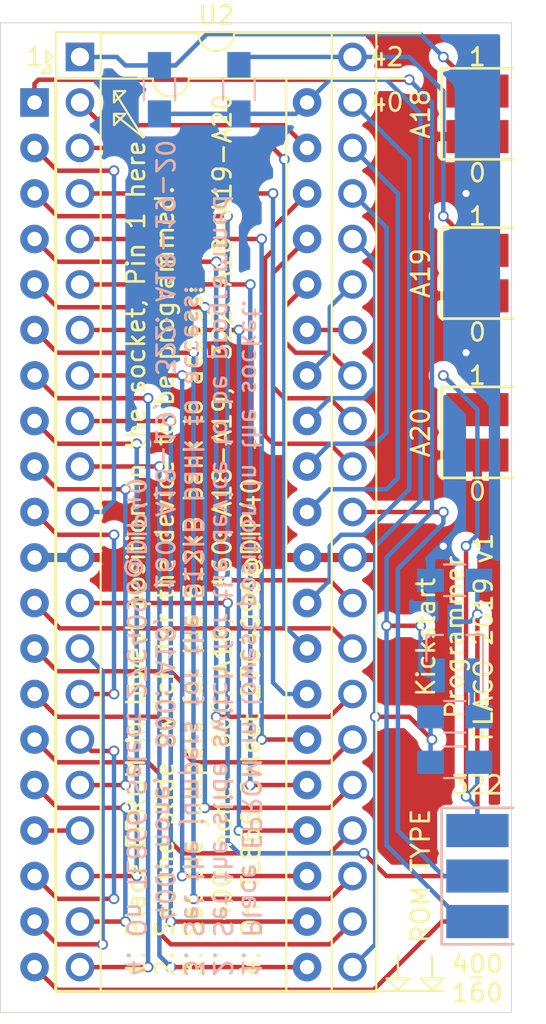
<source format=kicad_pcb>
(kicad_pcb (version 20171130) (host pcbnew 5.1.3-ffb9f22~84~ubuntu16.04.1)

  (general
    (thickness 1.6)
    (drawings 45)
    (tracks 304)
    (zones 0)
    (modules 12)
    (nets 47)
  )

  (page A4)
  (title_block
    (title "27C400-322 kickstart programmer")
    (date 2019-05-10)
    (rev 1)
    (company "FLACO 2019, licence of this PCB is CC-BY-NC-SA")
    (comment 1 "Supports 27C400, 27C800, 27C160, 27C322")
    (comment 2 "Use the setting for 27C4096@DIP40 on TL866")
  )

  (layers
    (0 F.Cu signal)
    (31 B.Cu signal)
    (32 B.Adhes user)
    (33 F.Adhes user)
    (34 B.Paste user)
    (35 F.Paste user)
    (36 B.SilkS user)
    (37 F.SilkS user)
    (38 B.Mask user)
    (39 F.Mask user)
    (40 Dwgs.User user)
    (41 Cmts.User user)
    (42 Eco1.User user)
    (43 Eco2.User user)
    (44 Edge.Cuts user)
    (45 Margin user)
    (46 B.CrtYd user)
    (47 F.CrtYd user)
    (48 B.Fab user)
    (49 F.Fab user)
  )

  (setup
    (last_trace_width 0.25)
    (user_trace_width 0.5)
    (trace_clearance 0.2)
    (zone_clearance 0.508)
    (zone_45_only no)
    (trace_min 0.2)
    (via_size 0.6)
    (via_drill 0.4)
    (via_min_size 0.4)
    (via_min_drill 0.3)
    (uvia_size 0.3)
    (uvia_drill 0.1)
    (uvias_allowed no)
    (uvia_min_size 0.2)
    (uvia_min_drill 0.1)
    (edge_width 0.05)
    (segment_width 0.2)
    (pcb_text_width 0.3)
    (pcb_text_size 1.5 1.5)
    (mod_edge_width 0.12)
    (mod_text_size 1 1)
    (mod_text_width 0.15)
    (pad_size 1.524 1.524)
    (pad_drill 0.762)
    (pad_to_mask_clearance 0.051)
    (solder_mask_min_width 0.25)
    (aux_axis_origin 0 0)
    (visible_elements FFFFFF7F)
    (pcbplotparams
      (layerselection 0x010fc_ffffffff)
      (usegerberextensions false)
      (usegerberattributes false)
      (usegerberadvancedattributes false)
      (creategerberjobfile false)
      (excludeedgelayer true)
      (linewidth 0.100000)
      (plotframeref false)
      (viasonmask false)
      (mode 1)
      (useauxorigin false)
      (hpglpennumber 1)
      (hpglpenspeed 20)
      (hpglpendiameter 15.000000)
      (psnegative false)
      (psa4output false)
      (plotreference true)
      (plotvalue true)
      (plotinvisibletext false)
      (padsonsilk false)
      (subtractmaskfromsilk false)
      (outputformat 1)
      (mirror false)
      (drillshape 1)
      (scaleselection 1)
      (outputdirectory ""))
  )

  (net 0 "")
  (net 1 /GND)
  (net 2 /A18)
  (net 3 /A19)
  (net 4 /A20_SELECT)
  (net 5 "Net-(Q1-Pad3)")
  (net 6 /VPP)
  (net 7 "Net-(Q1-Pad1)")
  (net 8 /VCC)
  (net 9 /OEVPP_CHIP)
  (net 10 /OE)
  (net 11 /A20_CHIP)
  (net 12 /A17)
  (net 13 /D0)
  (net 14 /A16)
  (net 15 /D1)
  (net 16 /A15)
  (net 17 /D2)
  (net 18 /A14)
  (net 19 /D3)
  (net 20 /A13)
  (net 21 /D4)
  (net 22 /A12)
  (net 23 /D5)
  (net 24 /A11)
  (net 25 /D6)
  (net 26 /A10)
  (net 27 /D7)
  (net 28 /A9)
  (net 29 /D8)
  (net 30 /A8)
  (net 31 /D9)
  (net 32 /A7)
  (net 33 /D10)
  (net 34 /A6)
  (net 35 /D11)
  (net 36 /A5)
  (net 37 /D12)
  (net 38 /A4)
  (net 39 /D13)
  (net 40 /A3)
  (net 41 /D14)
  (net 42 /A2)
  (net 43 /D15)
  (net 44 /A1)
  (net 45 /CE)
  (net 46 /A0)

  (net_class Default "This is the default net class."
    (clearance 0.2)
    (trace_width 0.25)
    (via_dia 0.6)
    (via_drill 0.4)
    (uvia_dia 0.3)
    (uvia_drill 0.1)
    (add_net /A0)
    (add_net /A1)
    (add_net /A10)
    (add_net /A11)
    (add_net /A12)
    (add_net /A13)
    (add_net /A14)
    (add_net /A15)
    (add_net /A16)
    (add_net /A17)
    (add_net /A18)
    (add_net /A19)
    (add_net /A2)
    (add_net /A20_CHIP)
    (add_net /A20_SELECT)
    (add_net /A3)
    (add_net /A4)
    (add_net /A5)
    (add_net /A6)
    (add_net /A7)
    (add_net /A8)
    (add_net /A9)
    (add_net /CE)
    (add_net /D0)
    (add_net /D1)
    (add_net /D10)
    (add_net /D11)
    (add_net /D12)
    (add_net /D13)
    (add_net /D14)
    (add_net /D15)
    (add_net /D2)
    (add_net /D3)
    (add_net /D4)
    (add_net /D5)
    (add_net /D6)
    (add_net /D7)
    (add_net /D8)
    (add_net /D9)
    (add_net /GND)
    (add_net /OE)
    (add_net /OEVPP_CHIP)
    (add_net /VCC)
    (add_net /VPP)
    (add_net "Net-(Q1-Pad1)")
    (add_net "Net-(Q1-Pad3)")
  )

  (module sassa:Pin_Header_1x2_EdgeMount_Pitch2.54mm (layer F.Cu) (tedit 5CD532F5) (tstamp 5CD53CEA)
    (at 150.495 86.995 90)
    (path /5CD61D79)
    (fp_text reference JP3 (at 1.27 -3 90) (layer F.SilkS) hide
      (effects (font (size 1 1) (thickness 0.15)))
    )
    (fp_text value A20 (at 1.27 -3.175 90) (layer F.SilkS)
      (effects (font (size 1 1) (thickness 0.15)))
    )
    (fp_text user "PCB Edge" (at -5 1 90) (layer Dwgs.User)
      (effects (font (size 0.5 0.5) (thickness 0.125)))
    )
    (fp_line (start -4.445 2) (end 6.985 2) (layer Dwgs.User) (width 0.15))
    (fp_line (start -1.27 2) (end -1.27 -2) (layer F.SilkS) (width 0.15))
    (fp_line (start -1.27 -2) (end 3.81 -2) (layer F.SilkS) (width 0.15))
    (fp_line (start 3.81 -2) (end 3.81 2) (layer F.SilkS) (width 0.15))
    (pad 1 smd rect (at 0 0 90) (size 1.846667 3.48) (layers F.Cu F.Paste F.Mask)
      (net 1 /GND))
    (pad 2 smd rect (at 2.54 0 90) (size 1.846667 3.48) (layers F.Cu F.Paste F.Mask)
      (net 4 /A20_SELECT))
  )

  (module TO_SOT_Packages_SMD:SOT-23_Handsoldering (layer B.Cu) (tedit 58CE4E7E) (tstamp 5CD4A264)
    (at 149.225 97.79 90)
    (descr "SOT-23, Handsoldering")
    (tags SOT-23)
    (path /5CD643C7)
    (attr smd)
    (fp_text reference Q1 (at 0 2.5 90) (layer B.SilkS) hide
      (effects (font (size 1 1) (thickness 0.15)) (justify mirror))
    )
    (fp_text value MMBT3906 (at 0 -2.5 90) (layer B.Fab)
      (effects (font (size 1 1) (thickness 0.15)) (justify mirror))
    )
    (fp_line (start 0.76 -1.58) (end -0.7 -1.58) (layer B.SilkS) (width 0.12))
    (fp_line (start -0.7 -1.52) (end 0.7 -1.52) (layer B.Fab) (width 0.1))
    (fp_line (start 0.7 1.52) (end 0.7 -1.52) (layer B.Fab) (width 0.1))
    (fp_line (start -0.7 0.95) (end -0.15 1.52) (layer B.Fab) (width 0.1))
    (fp_line (start -0.15 1.52) (end 0.7 1.52) (layer B.Fab) (width 0.1))
    (fp_line (start -0.7 0.95) (end -0.7 -1.5) (layer B.Fab) (width 0.1))
    (fp_line (start 0.76 1.58) (end -2.4 1.58) (layer B.SilkS) (width 0.12))
    (fp_line (start -2.7 -1.75) (end -2.7 1.75) (layer B.CrtYd) (width 0.05))
    (fp_line (start 2.7 -1.75) (end -2.7 -1.75) (layer B.CrtYd) (width 0.05))
    (fp_line (start 2.7 1.75) (end 2.7 -1.75) (layer B.CrtYd) (width 0.05))
    (fp_line (start -2.7 1.75) (end 2.7 1.75) (layer B.CrtYd) (width 0.05))
    (fp_line (start 0.76 1.58) (end 0.76 0.65) (layer B.SilkS) (width 0.12))
    (fp_line (start 0.76 -1.58) (end 0.76 -0.65) (layer B.SilkS) (width 0.12))
    (fp_text user %R (at 0 0 180) (layer B.Fab)
      (effects (font (size 0.5 0.5) (thickness 0.075)) (justify mirror))
    )
    (pad 3 smd rect (at 1.5 0 90) (size 1.9 0.8) (layers B.Cu B.Paste B.Mask)
      (net 5 "Net-(Q1-Pad3)"))
    (pad 2 smd rect (at -1.5 -0.95 90) (size 1.9 0.8) (layers B.Cu B.Paste B.Mask)
      (net 6 /VPP))
    (pad 1 smd rect (at -1.5 0.95 90) (size 1.9 0.8) (layers B.Cu B.Paste B.Mask)
      (net 7 "Net-(Q1-Pad1)"))
    (model ${KISYS3DMOD}/TO_SOT_Packages_SMD.3dshapes\SOT-23.wrl
      (at (xyz 0 0 0))
      (scale (xyz 1 1 1))
      (rotate (xyz 0 0 0))
    )
  )

  (module Resistors_SMD:R_0805_HandSoldering (layer B.Cu) (tedit 58E0A804) (tstamp 5CD4A29C)
    (at 132.715 66.595 90)
    (descr "Resistor SMD 0805, hand soldering")
    (tags "resistor 0805")
    (path /5CD5FC25)
    (attr smd)
    (fp_text reference R1 (at 0 1.7 270) (layer B.SilkS) hide
      (effects (font (size 1 1) (thickness 0.15)) (justify mirror))
    )
    (fp_text value 10k (at 0 -1.75 270) (layer B.Fab)
      (effects (font (size 1 1) (thickness 0.15)) (justify mirror))
    )
    (fp_line (start 2.35 -0.9) (end -2.35 -0.9) (layer B.CrtYd) (width 0.05))
    (fp_line (start 2.35 -0.9) (end 2.35 0.9) (layer B.CrtYd) (width 0.05))
    (fp_line (start -2.35 0.9) (end -2.35 -0.9) (layer B.CrtYd) (width 0.05))
    (fp_line (start -2.35 0.9) (end 2.35 0.9) (layer B.CrtYd) (width 0.05))
    (fp_line (start -0.6 0.88) (end 0.6 0.88) (layer B.SilkS) (width 0.12))
    (fp_line (start 0.6 -0.88) (end -0.6 -0.88) (layer B.SilkS) (width 0.12))
    (fp_line (start -1 0.62) (end 1 0.62) (layer B.Fab) (width 0.1))
    (fp_line (start 1 0.62) (end 1 -0.62) (layer B.Fab) (width 0.1))
    (fp_line (start 1 -0.62) (end -1 -0.62) (layer B.Fab) (width 0.1))
    (fp_line (start -1 -0.62) (end -1 0.62) (layer B.Fab) (width 0.1))
    (fp_text user %R (at 0 0 270) (layer B.Fab)
      (effects (font (size 0.5 0.5) (thickness 0.075)) (justify mirror))
    )
    (pad 2 smd rect (at 1.35 0 90) (size 1.5 1.3) (layers B.Cu B.Paste B.Mask)
      (net 2 /A18))
    (pad 1 smd rect (at -1.35 0 90) (size 1.5 1.3) (layers B.Cu B.Paste B.Mask)
      (net 8 /VCC))
    (model ${KISYS3DMOD}/Resistors_SMD.3dshapes/R_0805.wrl
      (at (xyz 0 0 0))
      (scale (xyz 1 1 1))
      (rotate (xyz 0 0 0))
    )
  )

  (module Resistors_SMD:R_0805_HandSoldering (layer B.Cu) (tedit 58E0A804) (tstamp 5CD4A230)
    (at 137.16 66.595 90)
    (descr "Resistor SMD 0805, hand soldering")
    (tags "resistor 0805")
    (path /5CD60412)
    (attr smd)
    (fp_text reference R2 (at 0 1.7 270) (layer B.SilkS) hide
      (effects (font (size 1 1) (thickness 0.15)) (justify mirror))
    )
    (fp_text value 10k (at 0 -1.75 270) (layer B.Fab)
      (effects (font (size 1 1) (thickness 0.15)) (justify mirror))
    )
    (fp_text user %R (at 0 0 270) (layer B.Fab)
      (effects (font (size 0.5 0.5) (thickness 0.075)) (justify mirror))
    )
    (fp_line (start -1 -0.62) (end -1 0.62) (layer B.Fab) (width 0.1))
    (fp_line (start 1 -0.62) (end -1 -0.62) (layer B.Fab) (width 0.1))
    (fp_line (start 1 0.62) (end 1 -0.62) (layer B.Fab) (width 0.1))
    (fp_line (start -1 0.62) (end 1 0.62) (layer B.Fab) (width 0.1))
    (fp_line (start 0.6 -0.88) (end -0.6 -0.88) (layer B.SilkS) (width 0.12))
    (fp_line (start -0.6 0.88) (end 0.6 0.88) (layer B.SilkS) (width 0.12))
    (fp_line (start -2.35 0.9) (end 2.35 0.9) (layer B.CrtYd) (width 0.05))
    (fp_line (start -2.35 0.9) (end -2.35 -0.9) (layer B.CrtYd) (width 0.05))
    (fp_line (start 2.35 -0.9) (end 2.35 0.9) (layer B.CrtYd) (width 0.05))
    (fp_line (start 2.35 -0.9) (end -2.35 -0.9) (layer B.CrtYd) (width 0.05))
    (pad 1 smd rect (at -1.35 0 90) (size 1.5 1.3) (layers B.Cu B.Paste B.Mask)
      (net 8 /VCC))
    (pad 2 smd rect (at 1.35 0 90) (size 1.5 1.3) (layers B.Cu B.Paste B.Mask)
      (net 3 /A19))
    (model ${KISYS3DMOD}/Resistors_SMD.3dshapes/R_0805.wrl
      (at (xyz 0 0 0))
      (scale (xyz 1 1 1))
      (rotate (xyz 0 0 0))
    )
  )

  (module Resistors_SMD:R_0805_HandSoldering (layer B.Cu) (tedit 58E0A804) (tstamp 5CD4A470)
    (at 149.225 104.14)
    (descr "Resistor SMD 0805, hand soldering")
    (tags "resistor 0805")
    (path /5CD60691)
    (attr smd)
    (fp_text reference R3 (at 0 1.7) (layer B.SilkS) hide
      (effects (font (size 1 1) (thickness 0.15)) (justify mirror))
    )
    (fp_text value 10k (at 0 -1.75) (layer B.Fab)
      (effects (font (size 1 1) (thickness 0.15)) (justify mirror))
    )
    (fp_line (start 2.35 -0.9) (end -2.35 -0.9) (layer B.CrtYd) (width 0.05))
    (fp_line (start 2.35 -0.9) (end 2.35 0.9) (layer B.CrtYd) (width 0.05))
    (fp_line (start -2.35 0.9) (end -2.35 -0.9) (layer B.CrtYd) (width 0.05))
    (fp_line (start -2.35 0.9) (end 2.35 0.9) (layer B.CrtYd) (width 0.05))
    (fp_line (start -0.6 0.88) (end 0.6 0.88) (layer B.SilkS) (width 0.12))
    (fp_line (start 0.6 -0.88) (end -0.6 -0.88) (layer B.SilkS) (width 0.12))
    (fp_line (start -1 0.62) (end 1 0.62) (layer B.Fab) (width 0.1))
    (fp_line (start 1 0.62) (end 1 -0.62) (layer B.Fab) (width 0.1))
    (fp_line (start 1 -0.62) (end -1 -0.62) (layer B.Fab) (width 0.1))
    (fp_line (start -1 -0.62) (end -1 0.62) (layer B.Fab) (width 0.1))
    (fp_text user %R (at 0 0) (layer B.Fab)
      (effects (font (size 0.5 0.5) (thickness 0.075)) (justify mirror))
    )
    (pad 2 smd rect (at 1.35 0) (size 1.5 1.3) (layers B.Cu B.Paste B.Mask)
      (net 4 /A20_SELECT))
    (pad 1 smd rect (at -1.35 0) (size 1.5 1.3) (layers B.Cu B.Paste B.Mask)
      (net 8 /VCC))
    (model ${KISYS3DMOD}/Resistors_SMD.3dshapes/R_0805.wrl
      (at (xyz 0 0 0))
      (scale (xyz 1 1 1))
      (rotate (xyz 0 0 0))
    )
  )

  (module Resistors_SMD:R_0805_HandSoldering (layer B.Cu) (tedit 58E0A804) (tstamp 5CD4A4A0)
    (at 149.225 101.6 180)
    (descr "Resistor SMD 0805, hand soldering")
    (tags "resistor 0805")
    (path /5CD652D1)
    (attr smd)
    (fp_text reference R4 (at 0 1.7) (layer B.SilkS) hide
      (effects (font (size 1 1) (thickness 0.15)) (justify mirror))
    )
    (fp_text value 1k (at 0 -1.75) (layer B.Fab)
      (effects (font (size 1 1) (thickness 0.15)) (justify mirror))
    )
    (fp_line (start 2.35 -0.9) (end -2.35 -0.9) (layer B.CrtYd) (width 0.05))
    (fp_line (start 2.35 -0.9) (end 2.35 0.9) (layer B.CrtYd) (width 0.05))
    (fp_line (start -2.35 0.9) (end -2.35 -0.9) (layer B.CrtYd) (width 0.05))
    (fp_line (start -2.35 0.9) (end 2.35 0.9) (layer B.CrtYd) (width 0.05))
    (fp_line (start -0.6 0.88) (end 0.6 0.88) (layer B.SilkS) (width 0.12))
    (fp_line (start 0.6 -0.88) (end -0.6 -0.88) (layer B.SilkS) (width 0.12))
    (fp_line (start -1 0.62) (end 1 0.62) (layer B.Fab) (width 0.1))
    (fp_line (start 1 0.62) (end 1 -0.62) (layer B.Fab) (width 0.1))
    (fp_line (start 1 -0.62) (end -1 -0.62) (layer B.Fab) (width 0.1))
    (fp_line (start -1 -0.62) (end -1 0.62) (layer B.Fab) (width 0.1))
    (fp_text user %R (at 0 0) (layer B.Fab)
      (effects (font (size 0.5 0.5) (thickness 0.075)) (justify mirror))
    )
    (pad 2 smd rect (at 1.35 0 180) (size 1.5 1.3) (layers B.Cu B.Paste B.Mask)
      (net 8 /VCC))
    (pad 1 smd rect (at -1.35 0 180) (size 1.5 1.3) (layers B.Cu B.Paste B.Mask)
      (net 7 "Net-(Q1-Pad1)"))
    (model ${KISYS3DMOD}/Resistors_SMD.3dshapes/R_0805.wrl
      (at (xyz 0 0 0))
      (scale (xyz 1 1 1))
      (rotate (xyz 0 0 0))
    )
  )

  (module Resistors_SMD:R_0805_HandSoldering (layer B.Cu) (tedit 58E0A804) (tstamp 5CD54347)
    (at 149.225 93.98 180)
    (descr "Resistor SMD 0805, hand soldering")
    (tags "resistor 0805")
    (path /5CD64A64)
    (attr smd)
    (fp_text reference R5 (at 0 1.7) (layer B.SilkS) hide
      (effects (font (size 1 1) (thickness 0.15)) (justify mirror))
    )
    (fp_text value 10k (at 0 -1.75) (layer B.Fab)
      (effects (font (size 1 1) (thickness 0.15)) (justify mirror))
    )
    (fp_text user %R (at 0 0) (layer B.Fab)
      (effects (font (size 0.5 0.5) (thickness 0.075)) (justify mirror))
    )
    (fp_line (start -1 -0.62) (end -1 0.62) (layer B.Fab) (width 0.1))
    (fp_line (start 1 -0.62) (end -1 -0.62) (layer B.Fab) (width 0.1))
    (fp_line (start 1 0.62) (end 1 -0.62) (layer B.Fab) (width 0.1))
    (fp_line (start -1 0.62) (end 1 0.62) (layer B.Fab) (width 0.1))
    (fp_line (start 0.6 -0.88) (end -0.6 -0.88) (layer B.SilkS) (width 0.12))
    (fp_line (start -0.6 0.88) (end 0.6 0.88) (layer B.SilkS) (width 0.12))
    (fp_line (start -2.35 0.9) (end 2.35 0.9) (layer B.CrtYd) (width 0.05))
    (fp_line (start -2.35 0.9) (end -2.35 -0.9) (layer B.CrtYd) (width 0.05))
    (fp_line (start 2.35 -0.9) (end 2.35 0.9) (layer B.CrtYd) (width 0.05))
    (fp_line (start 2.35 -0.9) (end -2.35 -0.9) (layer B.CrtYd) (width 0.05))
    (pad 1 smd rect (at -1.35 0 180) (size 1.5 1.3) (layers B.Cu B.Paste B.Mask)
      (net 5 "Net-(Q1-Pad3)"))
    (pad 2 smd rect (at 1.35 0 180) (size 1.5 1.3) (layers B.Cu B.Paste B.Mask)
      (net 1 /GND))
    (model ${KISYS3DMOD}/Resistors_SMD.3dshapes/R_0805.wrl
      (at (xyz 0 0 0))
      (scale (xyz 1 1 1))
      (rotate (xyz 0 0 0))
    )
  )

  (module Housings_DIP:DIP-40_W15.24mm (layer F.Cu) (tedit 59C78D6C) (tstamp 5CD4A33C)
    (at 125.73 67.31)
    (descr "40-lead though-hole mounted DIP package, row spacing 15.24 mm (600 mils)")
    (tags "THT DIP DIL PDIP 2.54mm 15.24mm 600mil")
    (path /5CD58BC0)
    (fp_text reference U1 (at 7.62 -2.33) (layer F.SilkS) hide
      (effects (font (size 1 1) (thickness 0.15)))
    )
    (fp_text value 27C4096 (at 7.62 50.59) (layer F.Fab)
      (effects (font (size 1 1) (thickness 0.15)))
    )
    (fp_text user %R (at 7.62 24.13) (layer F.Fab)
      (effects (font (size 1 1) (thickness 0.15)))
    )
    (fp_line (start 16.3 -1.55) (end -1.05 -1.55) (layer F.CrtYd) (width 0.05))
    (fp_line (start 16.3 49.8) (end 16.3 -1.55) (layer F.CrtYd) (width 0.05))
    (fp_line (start -1.05 49.8) (end 16.3 49.8) (layer F.CrtYd) (width 0.05))
    (fp_line (start -1.05 -1.55) (end -1.05 49.8) (layer F.CrtYd) (width 0.05))
    (fp_line (start 14.08 -1.33) (end 8.62 -1.33) (layer F.SilkS) (width 0.12))
    (fp_line (start 14.08 49.59) (end 14.08 -1.33) (layer F.SilkS) (width 0.12))
    (fp_line (start 1.16 49.59) (end 14.08 49.59) (layer F.SilkS) (width 0.12))
    (fp_line (start 1.16 -1.33) (end 1.16 49.59) (layer F.SilkS) (width 0.12))
    (fp_line (start 6.62 -1.33) (end 1.16 -1.33) (layer F.SilkS) (width 0.12))
    (fp_line (start 0.255 -0.27) (end 1.255 -1.27) (layer F.Fab) (width 0.1))
    (fp_line (start 0.255 49.53) (end 0.255 -0.27) (layer F.Fab) (width 0.1))
    (fp_line (start 14.985 49.53) (end 0.255 49.53) (layer F.Fab) (width 0.1))
    (fp_line (start 14.985 -1.27) (end 14.985 49.53) (layer F.Fab) (width 0.1))
    (fp_line (start 1.255 -1.27) (end 14.985 -1.27) (layer F.Fab) (width 0.1))
    (fp_arc (start 7.62 -1.33) (end 6.62 -1.33) (angle -180) (layer F.SilkS) (width 0.12))
    (pad 40 thru_hole oval (at 15.24 0) (size 1.6 1.6) (drill 0.8) (layers *.Cu *.Mask)
      (net 8 /VCC))
    (pad 20 thru_hole oval (at 0 48.26) (size 1.6 1.6) (drill 0.8) (layers *.Cu *.Mask)
      (net 10 /OE))
    (pad 39 thru_hole oval (at 15.24 2.54) (size 1.6 1.6) (drill 0.8) (layers *.Cu *.Mask)
      (net 12 /A17))
    (pad 19 thru_hole oval (at 0 45.72) (size 1.6 1.6) (drill 0.8) (layers *.Cu *.Mask)
      (net 13 /D0))
    (pad 38 thru_hole oval (at 15.24 5.08) (size 1.6 1.6) (drill 0.8) (layers *.Cu *.Mask)
      (net 14 /A16))
    (pad 18 thru_hole oval (at 0 43.18) (size 1.6 1.6) (drill 0.8) (layers *.Cu *.Mask)
      (net 15 /D1))
    (pad 37 thru_hole oval (at 15.24 7.62) (size 1.6 1.6) (drill 0.8) (layers *.Cu *.Mask)
      (net 16 /A15))
    (pad 17 thru_hole oval (at 0 40.64) (size 1.6 1.6) (drill 0.8) (layers *.Cu *.Mask)
      (net 17 /D2))
    (pad 36 thru_hole oval (at 15.24 10.16) (size 1.6 1.6) (drill 0.8) (layers *.Cu *.Mask)
      (net 18 /A14))
    (pad 16 thru_hole oval (at 0 38.1) (size 1.6 1.6) (drill 0.8) (layers *.Cu *.Mask)
      (net 19 /D3))
    (pad 35 thru_hole oval (at 15.24 12.7) (size 1.6 1.6) (drill 0.8) (layers *.Cu *.Mask)
      (net 20 /A13))
    (pad 15 thru_hole oval (at 0 35.56) (size 1.6 1.6) (drill 0.8) (layers *.Cu *.Mask)
      (net 21 /D4))
    (pad 34 thru_hole oval (at 15.24 15.24) (size 1.6 1.6) (drill 0.8) (layers *.Cu *.Mask)
      (net 22 /A12))
    (pad 14 thru_hole oval (at 0 33.02) (size 1.6 1.6) (drill 0.8) (layers *.Cu *.Mask)
      (net 23 /D5))
    (pad 33 thru_hole oval (at 15.24 17.78) (size 1.6 1.6) (drill 0.8) (layers *.Cu *.Mask)
      (net 24 /A11))
    (pad 13 thru_hole oval (at 0 30.48) (size 1.6 1.6) (drill 0.8) (layers *.Cu *.Mask)
      (net 25 /D6))
    (pad 32 thru_hole oval (at 15.24 20.32) (size 1.6 1.6) (drill 0.8) (layers *.Cu *.Mask)
      (net 26 /A10))
    (pad 12 thru_hole oval (at 0 27.94) (size 1.6 1.6) (drill 0.8) (layers *.Cu *.Mask)
      (net 27 /D7))
    (pad 31 thru_hole oval (at 15.24 22.86) (size 1.6 1.6) (drill 0.8) (layers *.Cu *.Mask)
      (net 28 /A9))
    (pad 11 thru_hole oval (at 0 25.4) (size 1.6 1.6) (drill 0.8) (layers *.Cu *.Mask)
      (net 1 /GND))
    (pad 30 thru_hole oval (at 15.24 25.4) (size 1.6 1.6) (drill 0.8) (layers *.Cu *.Mask)
      (net 1 /GND))
    (pad 10 thru_hole oval (at 0 22.86) (size 1.6 1.6) (drill 0.8) (layers *.Cu *.Mask)
      (net 29 /D8))
    (pad 29 thru_hole oval (at 15.24 27.94) (size 1.6 1.6) (drill 0.8) (layers *.Cu *.Mask)
      (net 30 /A8))
    (pad 9 thru_hole oval (at 0 20.32) (size 1.6 1.6) (drill 0.8) (layers *.Cu *.Mask)
      (net 31 /D9))
    (pad 28 thru_hole oval (at 15.24 30.48) (size 1.6 1.6) (drill 0.8) (layers *.Cu *.Mask)
      (net 32 /A7))
    (pad 8 thru_hole oval (at 0 17.78) (size 1.6 1.6) (drill 0.8) (layers *.Cu *.Mask)
      (net 33 /D10))
    (pad 27 thru_hole oval (at 15.24 33.02) (size 1.6 1.6) (drill 0.8) (layers *.Cu *.Mask)
      (net 34 /A6))
    (pad 7 thru_hole oval (at 0 15.24) (size 1.6 1.6) (drill 0.8) (layers *.Cu *.Mask)
      (net 35 /D11))
    (pad 26 thru_hole oval (at 15.24 35.56) (size 1.6 1.6) (drill 0.8) (layers *.Cu *.Mask)
      (net 36 /A5))
    (pad 6 thru_hole oval (at 0 12.7) (size 1.6 1.6) (drill 0.8) (layers *.Cu *.Mask)
      (net 37 /D12))
    (pad 25 thru_hole oval (at 15.24 38.1) (size 1.6 1.6) (drill 0.8) (layers *.Cu *.Mask)
      (net 38 /A4))
    (pad 5 thru_hole oval (at 0 10.16) (size 1.6 1.6) (drill 0.8) (layers *.Cu *.Mask)
      (net 39 /D13))
    (pad 24 thru_hole oval (at 15.24 40.64) (size 1.6 1.6) (drill 0.8) (layers *.Cu *.Mask)
      (net 40 /A3))
    (pad 4 thru_hole oval (at 0 7.62) (size 1.6 1.6) (drill 0.8) (layers *.Cu *.Mask)
      (net 41 /D14))
    (pad 23 thru_hole oval (at 15.24 43.18) (size 1.6 1.6) (drill 0.8) (layers *.Cu *.Mask)
      (net 42 /A2))
    (pad 3 thru_hole oval (at 0 5.08) (size 1.6 1.6) (drill 0.8) (layers *.Cu *.Mask)
      (net 43 /D15))
    (pad 22 thru_hole oval (at 15.24 45.72) (size 1.6 1.6) (drill 0.8) (layers *.Cu *.Mask)
      (net 44 /A1))
    (pad 2 thru_hole oval (at 0 2.54) (size 1.6 1.6) (drill 0.8) (layers *.Cu *.Mask)
      (net 45 /CE))
    (pad 21 thru_hole oval (at 15.24 48.26) (size 1.6 1.6) (drill 0.8) (layers *.Cu *.Mask)
      (net 46 /A0))
    (pad 1 thru_hole rect (at 0 0) (size 1.6 1.6) (drill 0.8) (layers *.Cu *.Mask)
      (net 6 /VPP))
    (model ${KISYS3DMOD}/Housings_DIP.3dshapes/DIP-40_W15.24mm.wrl
      (at (xyz 0 0 0))
      (scale (xyz 1 1 1))
      (rotate (xyz 0 0 0))
    )
  )

  (module sassa:Pin_Header_1x2_EdgeMount_Pitch2.54mm (layer F.Cu) (tedit 5CD532F5) (tstamp 5CD53CD6)
    (at 150.495 69.215 90)
    (path /5CD60DBE)
    (fp_text reference JP1 (at 1.27 -3 90) (layer F.SilkS) hide
      (effects (font (size 1 1) (thickness 0.15)))
    )
    (fp_text value A18 (at 1.27 -3.175 90) (layer F.SilkS)
      (effects (font (size 1 1) (thickness 0.15)))
    )
    (fp_text user "PCB Edge" (at -5 1 90) (layer Dwgs.User)
      (effects (font (size 0.5 0.5) (thickness 0.125)))
    )
    (fp_line (start -4.445 2) (end 6.985 2) (layer Dwgs.User) (width 0.15))
    (fp_line (start -1.27 2) (end -1.27 -2) (layer F.SilkS) (width 0.15))
    (fp_line (start -1.27 -2) (end 3.81 -2) (layer F.SilkS) (width 0.15))
    (fp_line (start 3.81 -2) (end 3.81 2) (layer F.SilkS) (width 0.15))
    (pad 1 smd rect (at 0 0 90) (size 1.846667 3.48) (layers F.Cu F.Paste F.Mask)
      (net 1 /GND))
    (pad 2 smd rect (at 2.54 0 90) (size 1.846667 3.48) (layers F.Cu F.Paste F.Mask)
      (net 2 /A18))
  )

  (module sassa:Pin_Header_1x2_EdgeMount_Pitch2.54mm (layer F.Cu) (tedit 5CD532F5) (tstamp 5CD53CE0)
    (at 150.495 78.105 90)
    (path /5CD61963)
    (fp_text reference JP2 (at 1.27 -3 90) (layer F.SilkS) hide
      (effects (font (size 1 1) (thickness 0.15)))
    )
    (fp_text value A19 (at 1.27 -3.175 90) (layer F.SilkS)
      (effects (font (size 1 1) (thickness 0.15)))
    )
    (fp_line (start 3.81 -2) (end 3.81 2) (layer F.SilkS) (width 0.15))
    (fp_line (start -1.27 -2) (end 3.81 -2) (layer F.SilkS) (width 0.15))
    (fp_line (start -1.27 2) (end -1.27 -2) (layer F.SilkS) (width 0.15))
    (fp_line (start -4.445 2) (end 6.985 2) (layer Dwgs.User) (width 0.15))
    (fp_text user "PCB Edge" (at -5 1 90) (layer Dwgs.User)
      (effects (font (size 0.5 0.5) (thickness 0.125)))
    )
    (pad 2 smd rect (at 2.54 0 90) (size 1.846667 3.48) (layers F.Cu F.Paste F.Mask)
      (net 3 /A19))
    (pad 1 smd rect (at 0 0 90) (size 1.846667 3.48) (layers F.Cu F.Paste F.Mask)
      (net 1 /GND))
  )

  (module sassa:SW_DPDT_Edgemount (layer B.Cu) (tedit 5CD5324B) (tstamp 5CD53CF4)
    (at 150.495 107.95 270)
    (path /5CD67104)
    (fp_text reference SW1 (at 2.54 3 270) (layer B.SilkS) hide
      (effects (font (size 1 1) (thickness 0.15)) (justify mirror))
    )
    (fp_text value SW_DPDT_x2 (at 2.54 -3 270) (layer B.Fab)
      (effects (font (size 1 1) (thickness 0.15)) (justify mirror))
    )
    (fp_text user "PCB Edge" (at -5 -1 270) (layer Dwgs.User)
      (effects (font (size 0.5 0.5) (thickness 0.125)))
    )
    (fp_line (start -4.445 -2) (end 9.525 -2) (layer Dwgs.User) (width 0.15))
    (fp_line (start -1.27 -2) (end -1.27 2) (layer B.SilkS) (width 0.15))
    (fp_line (start -1.27 2) (end 6.35 2) (layer B.SilkS) (width 0.15))
    (fp_line (start 6.35 2) (end 6.35 -2) (layer B.SilkS) (width 0.15))
    (pad 4 smd rect (at 0 0 270) (size 1.846667 3.48) (layers B.Cu B.Paste B.Mask)
      (net 4 /A20_SELECT))
    (pad 1 smd rect (at 0 0 270) (size 1.846667 3.48) (layers F.Cu F.Paste F.Mask)
      (net 5 "Net-(Q1-Pad3)"))
    (pad 2 smd rect (at 2.54 0 270) (size 1.846667 3.48) (layers F.Cu F.Paste F.Mask)
      (net 9 /OEVPP_CHIP))
    (pad 3 smd rect (at 5.08 0 270) (size 1.846667 3.48) (layers F.Cu F.Paste F.Mask)
      (net 10 /OE))
    (pad 5 smd rect (at 2.54 0 270) (size 1.846667 3.48) (layers B.Cu B.Paste B.Mask)
      (net 11 /A20_CHIP))
    (pad 6 smd rect (at 5.08 0 270) (size 1.846667 3.48) (layers B.Cu B.Paste B.Mask)
      (net 6 /VPP))
  )

  (module sassa:DIP-42_W15.24mm_Socket_largeholes (layer F.Cu) (tedit 5D488615) (tstamp 5D488A14)
    (at 128.27 64.77)
    (descr "42-lead though-hole mounted DIP package, row spacing 15.24 mm (600 mils), Socket")
    (tags "THT DIP DIL PDIP 2.54mm 15.24mm 600mil Socket")
    (path /5CD51081)
    (fp_text reference U2 (at 7.62 -2.33) (layer F.SilkS)
      (effects (font (size 1 1) (thickness 0.15)))
    )
    (fp_text value 27C322 (at 7.62 53.13) (layer F.Fab)
      (effects (font (size 1 1) (thickness 0.15)))
    )
    (fp_text user %R (at 7.62 25.4) (layer F.Fab)
      (effects (font (size 1 1) (thickness 0.15)))
    )
    (fp_line (start 16.8 -1.6) (end -1.55 -1.6) (layer F.CrtYd) (width 0.05))
    (fp_line (start 16.8 52.4) (end 16.8 -1.6) (layer F.CrtYd) (width 0.05))
    (fp_line (start -1.55 52.4) (end 16.8 52.4) (layer F.CrtYd) (width 0.05))
    (fp_line (start -1.55 -1.6) (end -1.55 52.4) (layer F.CrtYd) (width 0.05))
    (fp_line (start 16.57 -1.39) (end -1.33 -1.39) (layer F.SilkS) (width 0.12))
    (fp_line (start 16.57 52.19) (end 16.57 -1.39) (layer F.SilkS) (width 0.12))
    (fp_line (start -1.33 52.19) (end 16.57 52.19) (layer F.SilkS) (width 0.12))
    (fp_line (start -1.33 -1.39) (end -1.33 52.19) (layer F.SilkS) (width 0.12))
    (fp_line (start 14.08 -1.33) (end 8.62 -1.33) (layer F.SilkS) (width 0.12))
    (fp_line (start 14.08 52.13) (end 14.08 -1.33) (layer F.SilkS) (width 0.12))
    (fp_line (start 1.16 52.13) (end 14.08 52.13) (layer F.SilkS) (width 0.12))
    (fp_line (start 1.16 -1.33) (end 1.16 52.13) (layer F.SilkS) (width 0.12))
    (fp_line (start 6.62 -1.33) (end 1.16 -1.33) (layer F.SilkS) (width 0.12))
    (fp_line (start 16.51 -1.33) (end -1.27 -1.33) (layer F.Fab) (width 0.1))
    (fp_line (start 16.51 52.13) (end 16.51 -1.33) (layer F.Fab) (width 0.1))
    (fp_line (start -1.27 52.13) (end 16.51 52.13) (layer F.Fab) (width 0.1))
    (fp_line (start -1.27 -1.33) (end -1.27 52.13) (layer F.Fab) (width 0.1))
    (fp_line (start 0.255 -0.27) (end 1.255 -1.27) (layer F.Fab) (width 0.1))
    (fp_line (start 0.255 52.07) (end 0.255 -0.27) (layer F.Fab) (width 0.1))
    (fp_line (start 14.985 52.07) (end 0.255 52.07) (layer F.Fab) (width 0.1))
    (fp_line (start 14.985 -1.27) (end 14.985 52.07) (layer F.Fab) (width 0.1))
    (fp_line (start 1.255 -1.27) (end 14.985 -1.27) (layer F.Fab) (width 0.1))
    (fp_arc (start 7.62 -1.33) (end 6.62 -1.33) (angle -180) (layer F.SilkS) (width 0.12))
    (pad 42 thru_hole oval (at 15.24 0) (size 1.6 1.6) (drill 1.016) (layers *.Cu *.Mask)
      (net 3 /A19))
    (pad 21 thru_hole oval (at 0 50.8) (size 1.6 1.6) (drill 1.016) (layers *.Cu *.Mask)
      (net 35 /D11))
    (pad 41 thru_hole oval (at 15.24 2.54) (size 1.6 1.6) (drill 1.016) (layers *.Cu *.Mask)
      (net 30 /A8))
    (pad 20 thru_hole oval (at 0 48.26) (size 1.6 1.6) (drill 1.016) (layers *.Cu *.Mask)
      (net 19 /D3))
    (pad 40 thru_hole oval (at 15.24 5.08) (size 1.6 1.6) (drill 1.016) (layers *.Cu *.Mask)
      (net 28 /A9))
    (pad 19 thru_hole oval (at 0 45.72) (size 1.6 1.6) (drill 1.016) (layers *.Cu *.Mask)
      (net 33 /D10))
    (pad 39 thru_hole oval (at 15.24 7.62) (size 1.6 1.6) (drill 1.016) (layers *.Cu *.Mask)
      (net 26 /A10))
    (pad 18 thru_hole oval (at 0 43.18) (size 1.6 1.6) (drill 1.016) (layers *.Cu *.Mask)
      (net 17 /D2))
    (pad 38 thru_hole oval (at 15.24 10.16) (size 1.6 1.6) (drill 1.016) (layers *.Cu *.Mask)
      (net 24 /A11))
    (pad 17 thru_hole oval (at 0 40.64) (size 1.6 1.6) (drill 1.016) (layers *.Cu *.Mask)
      (net 31 /D9))
    (pad 37 thru_hole oval (at 15.24 12.7) (size 1.6 1.6) (drill 1.016) (layers *.Cu *.Mask)
      (net 22 /A12))
    (pad 16 thru_hole oval (at 0 38.1) (size 1.6 1.6) (drill 1.016) (layers *.Cu *.Mask)
      (net 15 /D1))
    (pad 36 thru_hole oval (at 15.24 15.24) (size 1.6 1.6) (drill 1.016) (layers *.Cu *.Mask)
      (net 20 /A13))
    (pad 15 thru_hole oval (at 0 35.56) (size 1.6 1.6) (drill 1.016) (layers *.Cu *.Mask)
      (net 29 /D8))
    (pad 35 thru_hole oval (at 15.24 17.78) (size 1.6 1.6) (drill 1.016) (layers *.Cu *.Mask)
      (net 18 /A14))
    (pad 14 thru_hole oval (at 0 33.02) (size 1.6 1.6) (drill 1.016) (layers *.Cu *.Mask)
      (net 13 /D0))
    (pad 34 thru_hole oval (at 15.24 20.32) (size 1.6 1.6) (drill 1.016) (layers *.Cu *.Mask)
      (net 16 /A15))
    (pad 13 thru_hole oval (at 0 30.48) (size 1.6 1.6) (drill 1.016) (layers *.Cu *.Mask)
      (net 9 /OEVPP_CHIP))
    (pad 33 thru_hole oval (at 15.24 22.86) (size 1.6 1.6) (drill 1.016) (layers *.Cu *.Mask)
      (net 14 /A16))
    (pad 12 thru_hole oval (at 0 27.94) (size 1.6 1.6) (drill 1.016) (layers *.Cu *.Mask)
      (net 1 /GND))
    (pad 32 thru_hole oval (at 15.24 25.4) (size 1.6 1.6) (drill 1.016) (layers *.Cu *.Mask)
      (net 11 /A20_CHIP))
    (pad 11 thru_hole oval (at 0 25.4) (size 1.6 1.6) (drill 1.016) (layers *.Cu *.Mask)
      (net 45 /CE))
    (pad 31 thru_hole oval (at 15.24 27.94) (size 1.6 1.6) (drill 1.016) (layers *.Cu *.Mask)
      (net 1 /GND))
    (pad 10 thru_hole oval (at 0 22.86) (size 1.6 1.6) (drill 1.016) (layers *.Cu *.Mask)
      (net 46 /A0))
    (pad 30 thru_hole oval (at 15.24 30.48) (size 1.6 1.6) (drill 1.016) (layers *.Cu *.Mask)
      (net 43 /D15))
    (pad 9 thru_hole oval (at 0 20.32) (size 1.6 1.6) (drill 1.016) (layers *.Cu *.Mask)
      (net 44 /A1))
    (pad 29 thru_hole oval (at 15.24 33.02) (size 1.6 1.6) (drill 1.016) (layers *.Cu *.Mask)
      (net 27 /D7))
    (pad 8 thru_hole oval (at 0 17.78) (size 1.6 1.6) (drill 1.016) (layers *.Cu *.Mask)
      (net 42 /A2))
    (pad 28 thru_hole oval (at 15.24 35.56) (size 1.6 1.6) (drill 1.016) (layers *.Cu *.Mask)
      (net 41 /D14))
    (pad 7 thru_hole oval (at 0 15.24) (size 1.6 1.6) (drill 1.016) (layers *.Cu *.Mask)
      (net 40 /A3))
    (pad 27 thru_hole oval (at 15.24 38.1) (size 1.6 1.6) (drill 1.016) (layers *.Cu *.Mask)
      (net 25 /D6))
    (pad 6 thru_hole oval (at 0 12.7) (size 1.6 1.6) (drill 1.016) (layers *.Cu *.Mask)
      (net 38 /A4))
    (pad 26 thru_hole oval (at 15.24 40.64) (size 1.6 1.6) (drill 1.016) (layers *.Cu *.Mask)
      (net 39 /D13))
    (pad 5 thru_hole oval (at 0 10.16) (size 1.6 1.6) (drill 1.016) (layers *.Cu *.Mask)
      (net 36 /A5))
    (pad 25 thru_hole oval (at 15.24 43.18) (size 1.6 1.6) (drill 1.016) (layers *.Cu *.Mask)
      (net 23 /D5))
    (pad 4 thru_hole oval (at 0 7.62) (size 1.6 1.6) (drill 1.016) (layers *.Cu *.Mask)
      (net 34 /A6))
    (pad 24 thru_hole oval (at 15.24 45.72) (size 1.6 1.6) (drill 1.016) (layers *.Cu *.Mask)
      (net 37 /D12))
    (pad 3 thru_hole oval (at 0 5.08) (size 1.6 1.6) (drill 1.016) (layers *.Cu *.Mask)
      (net 32 /A7))
    (pad 23 thru_hole oval (at 15.24 48.26) (size 1.6 1.6) (drill 1.016) (layers *.Cu *.Mask)
      (net 21 /D4))
    (pad 2 thru_hole oval (at 0 2.54) (size 1.6 1.6) (drill 1.016) (layers *.Cu *.Mask)
      (net 12 /A17))
    (pad 22 thru_hole oval (at 15.24 50.8) (size 1.6 1.6) (drill 1.016) (layers *.Cu *.Mask)
      (net 8 /VCC))
    (pad 1 thru_hole rect (at 0 0) (size 1.6 1.6) (drill 1.016) (layers *.Cu *.Mask)
      (net 2 /A18))
    (model ${KISYS3DMOD}/Housings_DIP.3dshapes/DIP-42_W15.24mm_Socket.wrl
      (at (xyz 0 0 0))
      (scale (xyz 1 1 1))
      (rotate (xyz 0 0 0))
    )
  )

  (gr_line (start 150.1775 116.1415) (end 150.8125 116.1415) (layer F.SilkS) (width 0.12))
  (gr_text "1. Place EPROM in lowest position in the socket.\n2. Set the slide switch for the device to be programmed.\n3. Set the jumpers for the 512kB bank to access:\n    400: none,  800: A18,  160: A18-19,  322: A18-19-20\n4. On TL866 Select 27C4096@DIP40" (at 134.62 116.205 270) (layer B.SilkS) (tstamp 5CE5B8B4)
    (effects (font (size 1 1) (thickness 0.15)) (justify left mirror))
  )
  (gr_line (start 130.81 66.675) (end 130.175 66.675) (layer F.SilkS) (width 0.12) (tstamp 5CD5765D))
  (gr_line (start 130.175 67.31) (end 130.81 66.675) (layer F.SilkS) (width 0.12))
  (gr_line (start 130.175 66.675) (end 130.175 67.31) (layer F.SilkS) (width 0.12))
  (gr_line (start 131.7625 69.215) (end 130.175 66.675) (layer F.SilkS) (width 0.12))
  (gr_line (start 130.175 68.58) (end 130.175 67.945) (layer F.SilkS) (width 0.12) (tstamp 5CD5765C))
  (gr_line (start 130.81 67.945) (end 130.175 68.58) (layer F.SilkS) (width 0.12))
  (gr_line (start 130.175 67.945) (end 130.81 67.945) (layer F.SilkS) (width 0.12))
  (gr_line (start 131.7625 69.215) (end 130.175 67.945) (layer F.SilkS) (width 0.12))
  (gr_line (start 126.111 65.659) (end 126.619 65.659) (layer F.SilkS) (width 0.12) (tstamp 5CD56FE7))
  (gr_line (start 126.619 65.151) (end 126.111 65.659) (layer F.SilkS) (width 0.12))
  (gr_line (start 126.619 65.659) (end 126.619 65.151) (layer F.SilkS) (width 0.12))
  (gr_line (start 126.365 65.151) (end 126.746 64.77) (layer F.SilkS) (width 0.12) (tstamp 5CD56FE6))
  (gr_line (start 126.365 64.389) (end 126.365 65.151) (layer F.SilkS) (width 0.12))
  (gr_line (start 126.746 64.77) (end 126.365 64.389) (layer F.SilkS) (width 0.12))
  (gr_text 1 (at 125.73 64.77) (layer F.SilkS)
    (effects (font (size 1 1) (thickness 0.15)))
  )
  (gr_text "1. Place EPROM in lowest position in the socket, Pin 1 here.\n2. Set the slide switch for the device to be programmed.\n3. Set the jumpers for the 512kB bank to access:\n    400: none,  800: A18,  160: A18-A19,  322: A18-A19-A20\n4. On TL866 Select 27C4096@DIP40" (at 134.62 116.205 90) (layer F.SilkS)
    (effects (font (size 1 1) (thickness 0.15)) (justify left))
  )
  (gr_text 40 (at 145.415 67.31) (layer F.SilkS)
    (effects (font (size 1 1) (thickness 0.15)))
  )
  (gr_text 42 (at 145.415 64.77) (layer F.SilkS)
    (effects (font (size 1 1) (thickness 0.15)))
  )
  (gr_line (start 139.81 65.98) (end 146.685 65.98) (layer F.SilkS) (width 0.12))
  (gr_line (start 142.35 63.44) (end 147.32 63.44) (layer F.SilkS) (width 0.12))
  (gr_line (start 147.955 114.935) (end 147.955 116.205) (layer F.SilkS) (width 0.12))
  (gr_line (start 147.32 116.205) (end 148.59 116.205) (layer F.SilkS) (width 0.12) (tstamp 5CD55886))
  (gr_line (start 148.59 116.205) (end 147.955 116.84) (layer F.SilkS) (width 0.12) (tstamp 5CD55885))
  (gr_line (start 147.32 116.205) (end 147.955 116.84) (layer F.SilkS) (width 0.12) (tstamp 5CD55884))
  (gr_line (start 145.415 116.205) (end 146.05 116.84) (layer F.SilkS) (width 0.12) (tstamp 5CD55883))
  (gr_line (start 146.685 116.205) (end 145.415 116.205) (layer F.SilkS) (width 0.12))
  (gr_line (start 146.05 116.84) (end 146.685 116.205) (layer F.SilkS) (width 0.12))
  (gr_line (start 146.05 114.935) (end 146.05 116.205) (layer F.SilkS) (width 0.12))
  (gr_line (start 142.35 116.9) (end 148.59 116.9) (layer F.SilkS) (width 0.12))
  (gr_text "Kickstart\nProgrammer\nFLACO 2019 v1" (at 149.225 97.155 90) (layer F.SilkS)
    (effects (font (size 1 1) (thickness 0.15)))
  )
  (gr_text "ROM TYPE" (at 147.32 110.49 90) (layer F.SilkS)
    (effects (font (size 1 1) (thickness 0.15)))
  )
  (gr_text 0 (at 150.495 89.027) (layer F.SilkS)
    (effects (font (size 1 1) (thickness 0.15)))
  )
  (gr_text 0 (at 150.495 80.137) (layer F.SilkS)
    (effects (font (size 1 1) (thickness 0.15)))
  )
  (gr_text 1 (at 150.495 82.55) (layer F.SilkS)
    (effects (font (size 1 1) (thickness 0.15)))
  )
  (gr_text 1 (at 150.495 73.66) (layer F.SilkS)
    (effects (font (size 1 1) (thickness 0.15)))
  )
  (gr_text 0 (at 150.495 71.247) (layer F.SilkS)
    (effects (font (size 1 1) (thickness 0.15)))
  )
  (gr_text 1 (at 150.495 64.77) (layer F.SilkS)
    (effects (font (size 1 1) (thickness 0.15)))
  )
  (gr_text 322 (at 150.495 105.41) (layer F.SilkS)
    (effects (font (size 1 1) (thickness 0.15)))
  )
  (gr_text "400\n160" (at 150.495 116.205) (layer F.SilkS)
    (effects (font (size 1 1) (thickness 0.15)))
  )
  (gr_line (start 123.825 118.11) (end 123.825 62.865) (layer Edge.Cuts) (width 0.05) (tstamp 5CD54AA2))
  (gr_line (start 152.4 118.11) (end 123.825 118.11) (layer Edge.Cuts) (width 0.05))
  (gr_line (start 152.4 62.865) (end 152.4 118.11) (layer Edge.Cuts) (width 0.05))
  (gr_line (start 123.825 62.865) (end 152.4 62.865) (layer Edge.Cuts) (width 0.05))

  (segment (start 125.73 92.71) (end 128.27 92.71) (width 0.5) (layer F.Cu) (net 1) (status 30))
  (segment (start 128.27 92.71) (end 140.97 92.71) (width 0.5) (layer F.Cu) (net 1) (status 30))
  (segment (start 140.97 92.71) (end 143.51 92.71) (width 0.5) (layer F.Cu) (net 1) (status 30))
  (via (at 148.59 92.075) (size 0.6) (drill 0.4) (layers F.Cu B.Cu) (net 1))
  (segment (start 147.955 92.71) (end 148.59 92.075) (width 0.25) (layer F.Cu) (net 1))
  (segment (start 143.51 92.71) (end 147.955 92.71) (width 0.25) (layer F.Cu) (net 1))
  (segment (start 147.875 93.98) (end 147.875 92.79) (width 0.25) (layer B.Cu) (net 1))
  (segment (start 147.875 92.79) (end 148.59 92.075) (width 0.25) (layer B.Cu) (net 1))
  (via (at 149.86 81.28) (size 0.6) (drill 0.4) (layers F.Cu B.Cu) (net 1))
  (via (at 149.86 72.39) (size 0.6) (drill 0.4) (layers F.Cu B.Cu) (net 1))
  (via (at 133.0325 83.82) (size 0.6) (drill 0.4) (layers F.Cu B.Cu) (net 1))
  (segment (start 133.615 65.245) (end 135.36 63.5) (width 0.25) (layer B.Cu) (net 2))
  (segment (start 132.715 65.245) (end 133.615 65.245) (width 0.25) (layer B.Cu) (net 2))
  (via (at 148.59 64.77) (size 0.6) (drill 0.4) (layers F.Cu B.Cu) (net 2))
  (segment (start 147.32 63.5) (end 148.59 64.77) (width 0.25) (layer B.Cu) (net 2))
  (segment (start 135.36 63.5) (end 147.32 63.5) (width 0.25) (layer B.Cu) (net 2))
  (segment (start 148.59 64.77) (end 150.495 66.675) (width 0.25) (layer F.Cu) (net 2))
  (segment (start 130.335 64.77) (end 128.27 64.77) (width 0.25) (layer B.Cu) (net 2))
  (segment (start 130.81 65.245) (end 130.335 64.77) (width 0.25) (layer B.Cu) (net 2))
  (segment (start 132.715 65.245) (end 130.81 65.245) (width 0.25) (layer B.Cu) (net 2))
  (segment (start 137.635 64.77) (end 137.16 65.245) (width 0.25) (layer B.Cu) (net 3) (status 30))
  (segment (start 143.51 64.77) (end 137.635 64.77) (width 0.25) (layer B.Cu) (net 3) (status 30))
  (segment (start 143.51 64.77) (end 146.685 64.77) (width 0.25) (layer B.Cu) (net 3))
  (segment (start 148.59 66.675) (end 148.59 73.66) (width 0.25) (layer B.Cu) (net 3))
  (via (at 148.59 73.66) (size 0.6) (drill 0.4) (layers F.Cu B.Cu) (net 3))
  (segment (start 146.685 64.77) (end 148.59 66.675) (width 0.25) (layer B.Cu) (net 3))
  (segment (start 148.59 73.66) (end 150.495 75.565) (width 0.25) (layer F.Cu) (net 3))
  (segment (start 150.495 106.68) (end 149.86 106.045) (width 0.25) (layer B.Cu) (net 4))
  (via (at 149.86 106.045) (size 0.6) (drill 0.4) (layers F.Cu B.Cu) (net 4))
  (segment (start 150.495 107.95) (end 150.495 106.68) (width 0.25) (layer B.Cu) (net 4))
  (segment (start 149.86 106.045) (end 149.86 92.075) (width 0.25) (layer F.Cu) (net 4))
  (segment (start 150.495 105.41) (end 149.86 106.045) (width 0.25) (layer B.Cu) (net 4))
  (segment (start 150.495 104.14) (end 150.495 105.41) (width 0.25) (layer B.Cu) (net 4))
  (via (at 149.86 92.075) (size 0.6) (drill 0.4) (layers F.Cu B.Cu) (net 4))
  (via (at 148.58999 82.55) (size 0.6) (drill 0.4) (layers F.Cu B.Cu) (net 4))
  (segment (start 148.59 82.55) (end 148.58999 82.55) (width 0.25) (layer F.Cu) (net 4))
  (segment (start 150.495 84.455) (end 148.59 82.55) (width 0.25) (layer F.Cu) (net 4))
  (segment (start 150.495 84.45501) (end 148.889989 82.849999) (width 0.25) (layer B.Cu) (net 4))
  (segment (start 148.889989 82.849999) (end 148.58999 82.55) (width 0.25) (layer B.Cu) (net 4))
  (segment (start 150.495 91.44) (end 150.495 84.45501) (width 0.25) (layer B.Cu) (net 4))
  (segment (start 149.86 92.075) (end 150.495 91.44) (width 0.25) (layer B.Cu) (net 4))
  (segment (start 150.495 107.95) (end 150.495 95.885) (width 0.25) (layer F.Cu) (net 5))
  (segment (start 150.495 95.885) (end 150.495 95.885) (width 0.25) (layer F.Cu) (net 5) (tstamp 5CD54823))
  (via (at 150.495 95.885) (size 0.6) (drill 0.4) (layers F.Cu B.Cu) (net 5))
  (segment (start 150.09 96.29) (end 150.495 95.885) (width 0.25) (layer B.Cu) (net 5))
  (segment (start 149.225 96.29) (end 150.09 96.29) (width 0.25) (layer B.Cu) (net 5))
  (segment (start 150.495 93.98) (end 150.495 95.885) (width 0.25) (layer B.Cu) (net 5))
  (segment (start 125.73 66.26) (end 125.95 66.04) (width 0.25) (layer F.Cu) (net 6))
  (segment (start 125.95 66.04) (end 145.415 66.04) (width 0.25) (layer F.Cu) (net 6))
  (segment (start 125.73 67.31) (end 125.73 66.26) (width 0.25) (layer F.Cu) (net 6) (status 10))
  (via (at 146.685 66.04) (size 0.6) (drill 0.4) (layers F.Cu B.Cu) (net 6))
  (segment (start 145.415 66.04) (end 146.685 66.04) (width 0.25) (layer F.Cu) (net 6))
  (segment (start 149.678334 113.03) (end 150.495 113.03) (width 0.25) (layer B.Cu) (net 6) (status 30))
  (segment (start 145.415 108.766666) (end 149.678334 113.03) (width 0.25) (layer B.Cu) (net 6) (status 20))
  (segment (start 146.685 66.04) (end 147.955 67.31) (width 0.25) (layer B.Cu) (net 6))
  (segment (start 147.955 67.31) (end 147.955 90.17) (width 0.25) (layer B.Cu) (net 6))
  (segment (start 145.415 92.71) (end 145.415 96.52) (width 0.25) (layer B.Cu) (net 6))
  (segment (start 147.955 90.17) (end 145.415 92.71) (width 0.25) (layer B.Cu) (net 6))
  (segment (start 145.415 96.52) (end 145.415 108.766666) (width 0.25) (layer B.Cu) (net 6) (tstamp 5CD5469F))
  (via (at 145.415 96.52) (size 0.6) (drill 0.4) (layers F.Cu B.Cu) (net 6))
  (via (at 147.32 96.52) (size 0.6) (drill 0.4) (layers F.Cu B.Cu) (net 6))
  (segment (start 145.415 96.52) (end 147.32 96.52) (width 0.25) (layer F.Cu) (net 6))
  (segment (start 147.625 99.29) (end 148.275 99.29) (width 0.25) (layer B.Cu) (net 6))
  (segment (start 147.32 98.985) (end 147.625 99.29) (width 0.25) (layer B.Cu) (net 6))
  (segment (start 147.32 96.52) (end 147.32 98.985) (width 0.25) (layer B.Cu) (net 6))
  (segment (start 150.175 101.28) (end 150.495 101.6) (width 0.25) (layer B.Cu) (net 7))
  (segment (start 150.175 99.29) (end 150.175 101.28) (width 0.25) (layer B.Cu) (net 7))
  (segment (start 132.715 67.945) (end 137.16 67.945) (width 0.25) (layer B.Cu) (net 8) (status 30))
  (segment (start 140.335 67.945) (end 140.97 67.31) (width 0.25) (layer B.Cu) (net 8) (status 30))
  (segment (start 137.16 67.945) (end 140.335 67.945) (width 0.25) (layer B.Cu) (net 8) (status 30))
  (segment (start 144.78 92.075) (end 144.78 101.6) (width 0.25) (layer B.Cu) (net 8))
  (segment (start 140.97 67.31) (end 142.24 66.04) (width 0.25) (layer B.Cu) (net 8) (status 10))
  (segment (start 142.24 66.04) (end 145.415 66.04) (width 0.25) (layer B.Cu) (net 8))
  (segment (start 147.32 89.535) (end 144.78 92.075) (width 0.25) (layer B.Cu) (net 8))
  (segment (start 147.32 67.945) (end 147.32 89.535) (width 0.25) (layer B.Cu) (net 8) (tstamp 5CD55B68))
  (segment (start 144.78 114.3) (end 143.51 115.57) (width 0.25) (layer B.Cu) (net 8) (status 20))
  (segment (start 145.415 66.04) (end 147.32 67.945) (width 0.25) (layer B.Cu) (net 8))
  (segment (start 144.78 101.6) (end 144.78 114.3) (width 0.25) (layer B.Cu) (net 8) (tstamp 5CD5469D))
  (via (at 144.78 101.6) (size 0.6) (drill 0.4) (layers F.Cu B.Cu) (net 8))
  (via (at 147.955 102.87) (size 0.6) (drill 0.4) (layers F.Cu B.Cu) (net 8))
  (segment (start 146.685 101.6) (end 147.955 102.87) (width 0.25) (layer F.Cu) (net 8))
  (segment (start 144.78 101.6) (end 146.685 101.6) (width 0.25) (layer F.Cu) (net 8))
  (segment (start 147.875 102.95) (end 147.955 102.87) (width 0.25) (layer B.Cu) (net 8))
  (segment (start 147.875 104.14) (end 147.875 102.95) (width 0.25) (layer B.Cu) (net 8))
  (segment (start 147.875 102.79) (end 147.955 102.87) (width 0.25) (layer B.Cu) (net 8))
  (segment (start 147.875 101.6) (end 147.875 102.79) (width 0.25) (layer B.Cu) (net 8))
  (via (at 136.525 95.25) (size 0.6) (drill 0.4) (layers F.Cu B.Cu) (net 9))
  (segment (start 128.27 95.25) (end 136.525 95.25) (width 0.25) (layer F.Cu) (net 9) (status 10))
  (segment (start 150.495 110.49) (end 145.415 110.49) (width 0.25) (layer F.Cu) (net 9) (status 10))
  (via (at 144.144976 109.22) (size 0.6) (drill 0.4) (layers F.Cu B.Cu) (net 9))
  (segment (start 136.525 108.585) (end 137.16 109.22) (width 0.25) (layer B.Cu) (net 9))
  (segment (start 143.720712 109.22) (end 144.144976 109.22) (width 0.25) (layer B.Cu) (net 9))
  (segment (start 144.145 109.22) (end 144.144976 109.22) (width 0.25) (layer F.Cu) (net 9))
  (segment (start 145.415 110.49) (end 144.145 109.22) (width 0.25) (layer F.Cu) (net 9))
  (segment (start 137.16 109.22) (end 143.720712 109.22) (width 0.25) (layer B.Cu) (net 9))
  (segment (start 136.525 95.25) (end 136.525 108.585) (width 0.25) (layer B.Cu) (net 9))
  (segment (start 125.73 115.57) (end 127 116.84) (width 0.25) (layer F.Cu) (net 10) (status 10))
  (segment (start 127 116.84) (end 144.695 116.84) (width 0.25) (layer F.Cu) (net 10))
  (segment (start 148.505 113.03) (end 150.495 113.03) (width 0.25) (layer F.Cu) (net 10) (status 20))
  (segment (start 144.695 116.84) (end 148.505 113.03) (width 0.25) (layer F.Cu) (net 10))
  (segment (start 148.59 90.805) (end 146.05 93.345) (width 0.25) (layer B.Cu) (net 11))
  (segment (start 148.59 110.49) (end 150.495 110.49) (width 0.25) (layer B.Cu) (net 11))
  (segment (start 146.05 107.95) (end 148.59 110.49) (width 0.25) (layer B.Cu) (net 11))
  (segment (start 146.05 93.345) (end 146.05 107.95) (width 0.25) (layer B.Cu) (net 11))
  (via (at 148.59 90.17) (size 0.6) (drill 0.4) (layers F.Cu B.Cu) (net 11))
  (segment (start 143.51 90.17) (end 148.59 90.17) (width 0.25) (layer F.Cu) (net 11))
  (segment (start 148.59 90.17) (end 148.59 90.805) (width 0.25) (layer B.Cu) (net 11))
  (segment (start 139.7 68.58) (end 140.97 69.85) (width 0.25) (layer F.Cu) (net 12) (status 20))
  (segment (start 129.54 68.58) (end 139.7 68.58) (width 0.25) (layer F.Cu) (net 12))
  (segment (start 128.27 67.31) (end 129.54 68.58) (width 0.25) (layer F.Cu) (net 12) (status 10))
  (via (at 129.54 114.3) (size 0.6) (drill 0.4) (layers F.Cu B.Cu) (net 13))
  (segment (start 127 114.3) (end 129.54 114.3) (width 0.25) (layer F.Cu) (net 13))
  (segment (start 125.73 113.03) (end 127 114.3) (width 0.25) (layer F.Cu) (net 13) (status 10))
  (segment (start 129.069999 98.589999) (end 129.54 99.06) (width 0.25) (layer B.Cu) (net 13))
  (segment (start 128.27 97.79) (end 129.069999 98.589999) (width 0.25) (layer B.Cu) (net 13))
  (segment (start 129.54 114.3) (end 129.54 99.06) (width 0.25) (layer B.Cu) (net 13))
  (segment (start 139.065 86.36) (end 142.24 86.36) (width 0.25) (layer F.Cu) (net 14))
  (segment (start 140.97 72.39) (end 139.065 74.295) (width 0.25) (layer F.Cu) (net 14) (status 10))
  (segment (start 142.24 86.36) (end 143.51 87.63) (width 0.25) (layer F.Cu) (net 14) (status 20))
  (segment (start 139.065 75.565) (end 138.614991 76.015009) (width 0.25) (layer F.Cu) (net 14))
  (segment (start 139.065 74.295) (end 139.065 75.565) (width 0.25) (layer F.Cu) (net 14))
  (segment (start 138.614991 85.909991) (end 139.065 86.36) (width 0.25) (layer F.Cu) (net 14))
  (segment (start 138.614991 76.015009) (end 138.614991 85.909991) (width 0.25) (layer F.Cu) (net 14))
  (segment (start 125.73 110.49) (end 126.529999 111.289999) (width 0.25) (layer F.Cu) (net 15) (status 30))
  (via (at 130.175 111.76) (size 0.6) (drill 0.4) (layers F.Cu B.Cu) (net 15))
  (segment (start 127 111.76) (end 130.175 111.76) (width 0.25) (layer F.Cu) (net 15))
  (segment (start 126.529999 111.289999) (end 127 111.76) (width 0.25) (layer F.Cu) (net 15) (status 10))
  (via (at 130.175 103.505) (size 0.6) (drill 0.4) (layers F.Cu B.Cu) (net 15))
  (segment (start 130.175 111.76) (end 130.175 103.505) (width 0.25) (layer B.Cu) (net 15))
  (segment (start 128.905 103.505) (end 128.27 102.87) (width 0.25) (layer F.Cu) (net 15) (status 30))
  (segment (start 130.175 103.505) (end 128.905 103.505) (width 0.25) (layer F.Cu) (net 15) (status 20))
  (segment (start 142.24 83.82) (end 143.51 85.09) (width 0.25) (layer F.Cu) (net 16) (status 20))
  (segment (start 140.97 74.93) (end 139.065 76.835) (width 0.25) (layer F.Cu) (net 16) (status 10))
  (segment (start 139.065 76.835) (end 139.065 83.185) (width 0.25) (layer F.Cu) (net 16))
  (segment (start 139.065 83.185) (end 139.7 83.82) (width 0.25) (layer F.Cu) (net 16))
  (segment (start 139.7 83.82) (end 142.24 83.82) (width 0.25) (layer F.Cu) (net 16))
  (segment (start 125.73 107.95) (end 128.27 107.95) (width 0.25) (layer F.Cu) (net 17) (status 30))
  (segment (start 142.710001 81.750001) (end 143.51 82.55) (width 0.25) (layer F.Cu) (net 18) (status 30))
  (segment (start 142.24 81.28) (end 142.710001 81.750001) (width 0.25) (layer F.Cu) (net 18) (status 20))
  (segment (start 140.97 77.47) (end 139.7 78.74) (width 0.25) (layer F.Cu) (net 18) (status 10))
  (segment (start 139.7 78.74) (end 139.7 80.645) (width 0.25) (layer F.Cu) (net 18))
  (segment (start 139.7 80.645) (end 140.335 81.28) (width 0.25) (layer F.Cu) (net 18))
  (segment (start 140.335 81.28) (end 142.24 81.28) (width 0.25) (layer F.Cu) (net 18))
  (segment (start 125.73 105.41) (end 126.529999 106.209999) (width 0.25) (layer F.Cu) (net 19) (status 30))
  (via (at 130.81 106.68) (size 0.6) (drill 0.4) (layers F.Cu B.Cu) (net 19))
  (segment (start 127 106.68) (end 130.81 106.68) (width 0.25) (layer F.Cu) (net 19))
  (segment (start 126.529999 106.209999) (end 127 106.68) (width 0.25) (layer F.Cu) (net 19) (status 10))
  (via (at 130.81 113.03) (size 0.6) (drill 0.4) (layers F.Cu B.Cu) (net 19))
  (segment (start 130.81 106.68) (end 130.81 113.03) (width 0.25) (layer B.Cu) (net 19))
  (segment (start 130.81 113.03) (end 128.27 113.03) (width 0.25) (layer F.Cu) (net 19) (status 20))
  (segment (start 140.97 80.01) (end 143.51 80.01) (width 0.25) (layer F.Cu) (net 20) (status 30))
  (segment (start 142.24 114.3) (end 143.51 113.03) (width 0.25) (layer F.Cu) (net 21))
  (segment (start 133.35 114.3) (end 142.24 114.3) (width 0.25) (layer F.Cu) (net 21))
  (segment (start 125.73 102.87) (end 127 104.14) (width 0.25) (layer F.Cu) (net 21))
  (segment (start 127 104.14) (end 132.08 104.14) (width 0.25) (layer F.Cu) (net 21))
  (segment (start 132.08 104.14) (end 132.715 104.775) (width 0.25) (layer F.Cu) (net 21))
  (segment (start 132.715 113.665) (end 133.35 114.3) (width 0.25) (layer F.Cu) (net 21))
  (segment (start 132.715 104.775) (end 132.715 113.665) (width 0.25) (layer F.Cu) (net 21))
  (segment (start 142.24 78.74) (end 143.51 77.47) (width 0.25) (layer B.Cu) (net 22) (status 20))
  (segment (start 142.24 81.28) (end 142.24 78.74) (width 0.25) (layer B.Cu) (net 22))
  (segment (start 140.97 82.55) (end 142.24 81.28) (width 0.25) (layer B.Cu) (net 22) (status 10))
  (segment (start 142.24 109.22) (end 143.51 107.95) (width 0.25) (layer F.Cu) (net 23))
  (segment (start 133.985 109.22) (end 142.24 109.22) (width 0.25) (layer F.Cu) (net 23))
  (segment (start 125.73 100.33) (end 127 101.6) (width 0.25) (layer F.Cu) (net 23))
  (segment (start 127 101.6) (end 132.715 101.6) (width 0.25) (layer F.Cu) (net 23))
  (segment (start 132.715 101.6) (end 133.35 102.235) (width 0.25) (layer F.Cu) (net 23))
  (segment (start 133.35 108.585) (end 133.985 109.22) (width 0.25) (layer F.Cu) (net 23))
  (segment (start 133.35 102.235) (end 133.35 108.585) (width 0.25) (layer F.Cu) (net 23))
  (segment (start 144.78 76.2) (end 143.51 74.93) (width 0.25) (layer B.Cu) (net 24) (status 20))
  (segment (start 140.97 85.09) (end 142.24 83.82) (width 0.25) (layer B.Cu) (net 24) (status 10))
  (segment (start 142.24 83.82) (end 144.145 83.82) (width 0.25) (layer B.Cu) (net 24))
  (segment (start 144.145 83.82) (end 144.78 83.185) (width 0.25) (layer B.Cu) (net 24))
  (segment (start 144.78 83.185) (end 144.78 76.2) (width 0.25) (layer B.Cu) (net 24))
  (segment (start 134.62 104.14) (end 142.24 104.14) (width 0.25) (layer F.Cu) (net 25))
  (segment (start 133.985 103.505) (end 134.62 104.14) (width 0.25) (layer F.Cu) (net 25))
  (segment (start 142.24 104.14) (end 143.51 102.87) (width 0.25) (layer F.Cu) (net 25))
  (segment (start 125.73 97.79) (end 127 99.06) (width 0.25) (layer F.Cu) (net 25))
  (segment (start 127 99.06) (end 133.35 99.06) (width 0.25) (layer F.Cu) (net 25))
  (segment (start 133.35 99.06) (end 133.985 99.695) (width 0.25) (layer F.Cu) (net 25))
  (segment (start 133.985 99.695) (end 133.985 103.505) (width 0.25) (layer F.Cu) (net 25))
  (segment (start 145.415 74.295) (end 143.51 72.39) (width 0.25) (layer B.Cu) (net 26) (status 20))
  (segment (start 142.24 86.36) (end 144.78 86.36) (width 0.25) (layer B.Cu) (net 26))
  (segment (start 140.97 87.63) (end 142.24 86.36) (width 0.25) (layer B.Cu) (net 26) (status 10))
  (segment (start 144.78 86.36) (end 145.415 85.725) (width 0.25) (layer B.Cu) (net 26))
  (segment (start 145.415 85.725) (end 145.415 74.295) (width 0.25) (layer B.Cu) (net 26))
  (segment (start 142.710001 96.990001) (end 143.51 97.79) (width 0.25) (layer F.Cu) (net 27) (status 30))
  (segment (start 142.384999 96.664999) (end 142.710001 96.990001) (width 0.25) (layer F.Cu) (net 27) (status 20))
  (segment (start 127.144999 96.664999) (end 142.384999 96.664999) (width 0.25) (layer F.Cu) (net 27))
  (segment (start 125.73 95.25) (end 127.144999 96.664999) (width 0.25) (layer F.Cu) (net 27) (status 10))
  (segment (start 146.05 72.39) (end 143.51 69.85) (width 0.25) (layer B.Cu) (net 28) (status 20))
  (segment (start 140.97 90.17) (end 142.24 88.9) (width 0.25) (layer B.Cu) (net 28) (status 10))
  (segment (start 142.24 88.9) (end 145.415 88.9) (width 0.25) (layer B.Cu) (net 28))
  (segment (start 145.415 88.9) (end 146.05 88.265) (width 0.25) (layer B.Cu) (net 28))
  (segment (start 146.05 88.265) (end 146.05 72.39) (width 0.25) (layer B.Cu) (net 28))
  (via (at 130.175 100.33) (size 0.6) (drill 0.4) (layers F.Cu B.Cu) (net 29))
  (segment (start 128.27 100.33) (end 130.175 100.33) (width 0.25) (layer F.Cu) (net 29) (status 10))
  (via (at 130.175 91.44) (size 0.6) (drill 0.4) (layers F.Cu B.Cu) (net 29))
  (segment (start 130.175 100.33) (end 130.175 91.44) (width 0.25) (layer B.Cu) (net 29))
  (segment (start 127 91.44) (end 125.73 90.17) (width 0.25) (layer F.Cu) (net 29) (status 20))
  (segment (start 130.175 91.44) (end 127 91.44) (width 0.25) (layer F.Cu) (net 29))
  (segment (start 146.685 70.485) (end 143.51 67.31) (width 0.25) (layer B.Cu) (net 30) (status 20))
  (segment (start 146.685 88.9) (end 146.685 70.485) (width 0.25) (layer B.Cu) (net 30))
  (segment (start 144.145 91.44) (end 146.685 88.9) (width 0.25) (layer B.Cu) (net 30))
  (segment (start 140.97 95.25) (end 142.24 93.98) (width 0.25) (layer B.Cu) (net 30) (status 10))
  (segment (start 142.875 91.44) (end 144.145 91.44) (width 0.25) (layer B.Cu) (net 30))
  (segment (start 142.24 93.98) (end 142.24 92.075) (width 0.25) (layer B.Cu) (net 30))
  (segment (start 142.24 92.075) (end 142.875 91.44) (width 0.25) (layer B.Cu) (net 30))
  (via (at 130.81 105.41) (size 0.6) (drill 0.4) (layers F.Cu B.Cu) (net 31))
  (segment (start 128.27 105.41) (end 130.81 105.41) (width 0.25) (layer F.Cu) (net 31) (status 10))
  (via (at 130.81 88.9) (size 0.6) (drill 0.4) (layers F.Cu B.Cu) (net 31))
  (segment (start 130.81 105.41) (end 130.81 88.9) (width 0.25) (layer B.Cu) (net 31))
  (segment (start 127 88.9) (end 125.73 87.63) (width 0.25) (layer F.Cu) (net 31) (status 20))
  (segment (start 130.81 88.9) (end 127 88.9) (width 0.25) (layer F.Cu) (net 31))
  (segment (start 139.065 69.85) (end 139.7 70.485) (width 0.25) (layer F.Cu) (net 32))
  (via (at 139.7 70.485) (size 0.6) (drill 0.4) (layers F.Cu B.Cu) (net 32))
  (segment (start 128.27 69.85) (end 139.065 69.85) (width 0.25) (layer F.Cu) (net 32) (status 10))
  (segment (start 139.7 96.52) (end 140.97 97.79) (width 0.25) (layer B.Cu) (net 32))
  (segment (start 139.7 70.485) (end 139.7 96.52) (width 0.25) (layer B.Cu) (net 32))
  (via (at 131.445 110.49) (size 0.6) (drill 0.4) (layers F.Cu B.Cu) (net 33))
  (segment (start 128.27 110.49) (end 131.445 110.49) (width 0.25) (layer F.Cu) (net 33) (status 10))
  (via (at 131.445 86.36) (size 0.6) (drill 0.4) (layers F.Cu B.Cu) (net 33))
  (segment (start 131.445 110.49) (end 131.445 86.36) (width 0.25) (layer B.Cu) (net 33))
  (segment (start 127 86.36) (end 125.73 85.09) (width 0.25) (layer F.Cu) (net 33) (status 20))
  (segment (start 131.445 86.36) (end 127 86.36) (width 0.25) (layer F.Cu) (net 33))
  (segment (start 128.27 72.39) (end 139.065 72.39) (width 0.25) (layer F.Cu) (net 34) (status 10))
  (via (at 139.065 72.39) (size 0.6) (drill 0.4) (layers F.Cu B.Cu) (net 34))
  (segment (start 139.7 100.33) (end 140.97 100.33) (width 0.25) (layer B.Cu) (net 34))
  (segment (start 139.065 99.695) (end 139.7 100.33) (width 0.25) (layer B.Cu) (net 34))
  (segment (start 139.065 72.39) (end 139.065 99.695) (width 0.25) (layer B.Cu) (net 34))
  (via (at 132.08 115.57) (size 0.6) (drill 0.4) (layers F.Cu B.Cu) (net 35))
  (segment (start 128.27 115.57) (end 132.08 115.57) (width 0.25) (layer F.Cu) (net 35) (status 10))
  (segment (start 132.08 115.57) (end 132.08 83.82) (width 0.25) (layer B.Cu) (net 35))
  (via (at 132.08 83.82) (size 0.6) (drill 0.4) (layers F.Cu B.Cu) (net 35))
  (segment (start 127 83.82) (end 125.73 82.55) (width 0.25) (layer F.Cu) (net 35) (status 20))
  (segment (start 132.08 83.82) (end 127 83.82) (width 0.25) (layer F.Cu) (net 35))
  (via (at 138.43 74.93) (size 0.6) (drill 0.4) (layers F.Cu B.Cu) (net 36))
  (segment (start 128.27 74.93) (end 138.43 74.93) (width 0.25) (layer F.Cu) (net 36) (status 10))
  (via (at 138.43 102.87) (size 0.6) (drill 0.4) (layers F.Cu B.Cu) (net 36))
  (segment (start 138.43 74.93) (end 138.43 102.87) (width 0.25) (layer B.Cu) (net 36))
  (segment (start 138.43 102.87) (end 140.97 102.87) (width 0.25) (layer F.Cu) (net 36) (status 20))
  (segment (start 125.73 80.01) (end 126.529999 80.809999) (width 0.25) (layer F.Cu) (net 37) (status 30))
  (via (at 134.62 81.28) (size 0.6) (drill 0.4) (layers F.Cu B.Cu) (net 37))
  (segment (start 127 81.28) (end 134.62 81.28) (width 0.25) (layer F.Cu) (net 37))
  (segment (start 126.529999 80.809999) (end 127 81.28) (width 0.25) (layer F.Cu) (net 37) (status 10))
  (via (at 134.62 111.76) (size 0.6) (drill 0.4) (layers F.Cu B.Cu) (net 37))
  (segment (start 134.62 81.28) (end 134.62 111.76) (width 0.25) (layer B.Cu) (net 37))
  (segment (start 142.24 111.76) (end 143.51 110.49) (width 0.25) (layer F.Cu) (net 37) (status 20))
  (segment (start 134.62 111.76) (end 142.24 111.76) (width 0.25) (layer F.Cu) (net 37))
  (via (at 137.795 77.47) (size 0.6) (drill 0.4) (layers F.Cu B.Cu) (net 38))
  (segment (start 128.27 77.47) (end 137.795 77.47) (width 0.25) (layer F.Cu) (net 38) (status 10))
  (via (at 137.795 105.41) (size 0.6) (drill 0.4) (layers F.Cu B.Cu) (net 38))
  (segment (start 137.795 77.47) (end 137.795 105.41) (width 0.25) (layer B.Cu) (net 38))
  (segment (start 137.795 105.41) (end 140.97 105.41) (width 0.25) (layer F.Cu) (net 38) (status 20))
  (segment (start 125.73 77.47) (end 126.529999 78.269999) (width 0.25) (layer F.Cu) (net 39) (status 30))
  (via (at 135.255 78.74) (size 0.6) (drill 0.4) (layers F.Cu B.Cu) (net 39))
  (segment (start 127 78.74) (end 135.255 78.74) (width 0.25) (layer F.Cu) (net 39))
  (segment (start 126.529999 78.269999) (end 127 78.74) (width 0.25) (layer F.Cu) (net 39) (status 10))
  (via (at 135.255 106.68) (size 0.6) (drill 0.4) (layers F.Cu B.Cu) (net 39))
  (segment (start 135.255 78.74) (end 135.255 106.68) (width 0.25) (layer B.Cu) (net 39))
  (segment (start 142.24 106.68) (end 143.51 105.41) (width 0.25) (layer F.Cu) (net 39) (status 20))
  (segment (start 135.255 106.68) (end 142.24 106.68) (width 0.25) (layer F.Cu) (net 39))
  (via (at 137.16 80.01) (size 0.6) (drill 0.4) (layers F.Cu B.Cu) (net 40))
  (segment (start 128.27 80.01) (end 137.16 80.01) (width 0.25) (layer F.Cu) (net 40) (status 10))
  (via (at 137.16 107.95) (size 0.6) (drill 0.4) (layers F.Cu B.Cu) (net 40))
  (segment (start 137.16 80.01) (end 137.16 107.95) (width 0.25) (layer B.Cu) (net 40))
  (segment (start 137.16 107.95) (end 140.97 107.95) (width 0.25) (layer F.Cu) (net 40) (status 20))
  (segment (start 125.73 74.93) (end 126.529999 75.729999) (width 0.25) (layer F.Cu) (net 41) (status 30))
  (via (at 135.89 76.2) (size 0.6) (drill 0.4) (layers F.Cu B.Cu) (net 41))
  (segment (start 127 76.2) (end 135.89 76.2) (width 0.25) (layer F.Cu) (net 41))
  (segment (start 126.529999 75.729999) (end 127 76.2) (width 0.25) (layer F.Cu) (net 41) (status 10))
  (via (at 135.89 101.6) (size 0.6) (drill 0.4) (layers F.Cu B.Cu) (net 41))
  (segment (start 135.89 76.2) (end 135.89 101.6) (width 0.25) (layer B.Cu) (net 41))
  (segment (start 142.24 101.6) (end 143.51 100.33) (width 0.25) (layer F.Cu) (net 41) (status 20))
  (segment (start 135.89 101.6) (end 142.24 101.6) (width 0.25) (layer F.Cu) (net 41))
  (via (at 133.985 82.55) (size 0.6) (drill 0.4) (layers F.Cu B.Cu) (net 42))
  (segment (start 128.27 82.55) (end 133.985 82.55) (width 0.25) (layer F.Cu) (net 42) (status 10))
  (via (at 133.985 110.49) (size 0.6) (drill 0.4) (layers F.Cu B.Cu) (net 42))
  (segment (start 133.985 82.55) (end 133.985 110.49) (width 0.25) (layer B.Cu) (net 42))
  (segment (start 133.985 110.49) (end 140.97 110.49) (width 0.25) (layer F.Cu) (net 42) (status 20))
  (segment (start 125.73 72.39) (end 126.529999 73.189999) (width 0.25) (layer F.Cu) (net 43) (status 30))
  (via (at 136.525 73.66) (size 0.6) (drill 0.4) (layers F.Cu B.Cu) (net 43))
  (segment (start 127 73.66) (end 136.525 73.66) (width 0.25) (layer F.Cu) (net 43))
  (segment (start 126.529999 73.189999) (end 127 73.66) (width 0.25) (layer F.Cu) (net 43) (status 10))
  (via (at 136.525 93.98) (size 0.6) (drill 0.4) (layers F.Cu B.Cu) (net 43))
  (segment (start 136.525 73.66) (end 136.525 93.98) (width 0.25) (layer B.Cu) (net 43))
  (segment (start 142.24 93.98) (end 143.51 95.25) (width 0.25) (layer F.Cu) (net 43) (status 20))
  (segment (start 136.525 93.98) (end 142.24 93.98) (width 0.25) (layer F.Cu) (net 43))
  (via (at 133.35 85.09) (size 0.6) (drill 0.4) (layers F.Cu B.Cu) (net 44))
  (segment (start 128.27 85.09) (end 133.35 85.09) (width 0.25) (layer F.Cu) (net 44) (status 10))
  (via (at 133.35 113.03) (size 0.6) (drill 0.4) (layers F.Cu B.Cu) (net 44))
  (segment (start 133.35 85.09) (end 133.35 113.03) (width 0.25) (layer B.Cu) (net 44))
  (segment (start 133.35 113.03) (end 140.97 113.03) (width 0.25) (layer F.Cu) (net 44) (status 20))
  (via (at 130.175 71.12) (size 0.6) (drill 0.4) (layers F.Cu B.Cu) (net 45))
  (segment (start 127 71.12) (end 125.73 69.85) (width 0.25) (layer F.Cu) (net 45) (status 20))
  (segment (start 130.175 71.12) (end 127 71.12) (width 0.25) (layer F.Cu) (net 45))
  (segment (start 128.27 90.17) (end 129.54 90.17) (width 0.25) (layer B.Cu) (net 45))
  (segment (start 129.54 90.17) (end 130.175 89.535) (width 0.25) (layer B.Cu) (net 45))
  (segment (start 130.175 89.535) (end 130.175 71.12) (width 0.25) (layer B.Cu) (net 45))
  (via (at 132.715 87.63) (size 0.6) (drill 0.4) (layers F.Cu B.Cu) (net 46))
  (segment (start 128.27 87.63) (end 132.715 87.63) (width 0.25) (layer F.Cu) (net 46) (status 10))
  (segment (start 132.715 114.935) (end 133.35 115.57) (width 0.25) (layer B.Cu) (net 46))
  (via (at 133.35 115.57) (size 0.6) (drill 0.4) (layers F.Cu B.Cu) (net 46))
  (segment (start 132.715 87.63) (end 132.715 114.935) (width 0.25) (layer B.Cu) (net 46))
  (segment (start 133.35 115.57) (end 140.97 115.57) (width 0.25) (layer F.Cu) (net 46) (status 20))

  (zone (net 1) (net_name /GND) (layer F.Cu) (tstamp 5CE5BEC8) (hatch edge 0.508)
    (connect_pads (clearance 0.508))
    (min_thickness 0.254)
    (fill yes (arc_segments 32) (thermal_gap 0.508) (thermal_bridge_width 0.508))
    (polygon
      (pts
        (xy 124.46 63.5) (xy 151.765 63.5) (xy 151.765 117.475) (xy 124.46 117.475)
      )
    )
    (filled_polygon
      (pts
        (xy 151.638 65.113595) (xy 150.008396 65.113595) (xy 149.513153 64.618352) (xy 149.489068 64.497271) (xy 149.418586 64.327111)
        (xy 149.316262 64.173972) (xy 149.186028 64.043738) (xy 149.032889 63.941414) (xy 148.862729 63.870932) (xy 148.682089 63.835)
        (xy 148.497911 63.835) (xy 148.317271 63.870932) (xy 148.147111 63.941414) (xy 147.993972 64.043738) (xy 147.863738 64.173972)
        (xy 147.761414 64.327111) (xy 147.690932 64.497271) (xy 147.655 64.677911) (xy 147.655 64.862089) (xy 147.690932 65.042729)
        (xy 147.761414 65.212889) (xy 147.863738 65.366028) (xy 147.993972 65.496262) (xy 148.139422 65.593448) (xy 148.129188 65.627185)
        (xy 148.116928 65.751667) (xy 148.116928 67.598333) (xy 148.129188 67.722815) (xy 148.165498 67.842513) (xy 148.220279 67.945)
        (xy 148.165498 68.047487) (xy 148.129188 68.167185) (xy 148.116928 68.291667) (xy 148.12 68.92925) (xy 148.27875 69.088)
        (xy 150.368 69.088) (xy 150.368 69.068) (xy 150.622 69.068) (xy 150.622 69.088) (xy 150.642 69.088)
        (xy 150.642 69.342) (xy 150.622 69.342) (xy 150.622 70.614583) (xy 150.78075 70.773333) (xy 151.638 70.775144)
        (xy 151.638 74.003595) (xy 150.008396 74.003595) (xy 149.513153 73.508352) (xy 149.489068 73.387271) (xy 149.418586 73.217111)
        (xy 149.316262 73.063972) (xy 149.186028 72.933738) (xy 149.032889 72.831414) (xy 148.862729 72.760932) (xy 148.682089 72.725)
        (xy 148.497911 72.725) (xy 148.317271 72.760932) (xy 148.147111 72.831414) (xy 147.993972 72.933738) (xy 147.863738 73.063972)
        (xy 147.761414 73.217111) (xy 147.690932 73.387271) (xy 147.655 73.567911) (xy 147.655 73.752089) (xy 147.690932 73.932729)
        (xy 147.761414 74.102889) (xy 147.863738 74.256028) (xy 147.993972 74.386262) (xy 148.139422 74.483448) (xy 148.129188 74.517185)
        (xy 148.116928 74.641667) (xy 148.116928 76.488333) (xy 148.129188 76.612815) (xy 148.165498 76.732513) (xy 148.220279 76.835)
        (xy 148.165498 76.937487) (xy 148.129188 77.057185) (xy 148.116928 77.181667) (xy 148.12 77.81925) (xy 148.27875 77.978)
        (xy 150.368 77.978) (xy 150.368 77.958) (xy 150.622 77.958) (xy 150.622 77.978) (xy 150.642 77.978)
        (xy 150.642 78.232) (xy 150.622 78.232) (xy 150.622 79.504583) (xy 150.78075 79.663333) (xy 151.638 79.665144)
        (xy 151.638 82.893595) (xy 150.008396 82.893595) (xy 149.51314 82.398339) (xy 149.489058 82.277271) (xy 149.418576 82.107111)
        (xy 149.316252 81.953972) (xy 149.186018 81.823738) (xy 149.032879 81.721414) (xy 148.862719 81.650932) (xy 148.682079 81.615)
        (xy 148.497901 81.615) (xy 148.317261 81.650932) (xy 148.147101 81.721414) (xy 147.993962 81.823738) (xy 147.863728 81.953972)
        (xy 147.761404 82.107111) (xy 147.690922 82.277271) (xy 147.65499 82.457911) (xy 147.65499 82.642089) (xy 147.690922 82.822729)
        (xy 147.761404 82.992889) (xy 147.863728 83.146028) (xy 147.993962 83.276262) (xy 148.13942 83.373454) (xy 148.129188 83.407185)
        (xy 148.116928 83.531667) (xy 148.116928 85.378333) (xy 148.129188 85.502815) (xy 148.165498 85.622513) (xy 148.220279 85.725)
        (xy 148.165498 85.827487) (xy 148.129188 85.947185) (xy 148.116928 86.071667) (xy 148.12 86.70925) (xy 148.27875 86.868)
        (xy 150.368 86.868) (xy 150.368 86.848) (xy 150.622 86.848) (xy 150.622 86.868) (xy 150.642 86.868)
        (xy 150.642 87.122) (xy 150.622 87.122) (xy 150.622 88.394583) (xy 150.78075 88.553333) (xy 151.638 88.555144)
        (xy 151.638 106.388595) (xy 151.255 106.388595) (xy 151.255 96.430535) (xy 151.323586 96.327889) (xy 151.394068 96.157729)
        (xy 151.43 95.977089) (xy 151.43 95.792911) (xy 151.394068 95.612271) (xy 151.323586 95.442111) (xy 151.221262 95.288972)
        (xy 151.091028 95.158738) (xy 150.937889 95.056414) (xy 150.767729 94.985932) (xy 150.62 94.956546) (xy 150.62 92.620535)
        (xy 150.688586 92.517889) (xy 150.759068 92.347729) (xy 150.795 92.167089) (xy 150.795 91.982911) (xy 150.759068 91.802271)
        (xy 150.688586 91.632111) (xy 150.586262 91.478972) (xy 150.456028 91.348738) (xy 150.302889 91.246414) (xy 150.132729 91.175932)
        (xy 149.952089 91.14) (xy 149.767911 91.14) (xy 149.587271 91.175932) (xy 149.417111 91.246414) (xy 149.263972 91.348738)
        (xy 149.133738 91.478972) (xy 149.031414 91.632111) (xy 148.960932 91.802271) (xy 148.925 91.982911) (xy 148.925 92.167089)
        (xy 148.960932 92.347729) (xy 149.031414 92.517889) (xy 149.100001 92.620537) (xy 149.1 105.499465) (xy 149.031414 105.602111)
        (xy 148.960932 105.772271) (xy 148.925 105.952911) (xy 148.925 106.137089) (xy 148.960932 106.317729) (xy 148.990285 106.388595)
        (xy 148.755 106.388595) (xy 148.630518 106.400855) (xy 148.51082 106.437165) (xy 148.400506 106.49613) (xy 148.303815 106.575482)
        (xy 148.224463 106.672173) (xy 148.165498 106.782487) (xy 148.129188 106.902185) (xy 148.116928 107.026667) (xy 148.116928 108.873333)
        (xy 148.129188 108.997815) (xy 148.165498 109.117513) (xy 148.220279 109.22) (xy 148.165498 109.322487) (xy 148.129188 109.442185)
        (xy 148.116928 109.566667) (xy 148.116928 109.73) (xy 145.729802 109.73) (xy 145.068123 109.068321) (xy 145.044044 108.947271)
        (xy 144.973562 108.777111) (xy 144.871238 108.623972) (xy 144.80975 108.562484) (xy 144.842182 108.501808) (xy 144.924236 108.231309)
        (xy 144.951943 107.95) (xy 144.924236 107.668691) (xy 144.842182 107.398192) (xy 144.708932 107.148899) (xy 144.529608 106.930392)
        (xy 144.311101 106.751068) (xy 144.178142 106.68) (xy 144.311101 106.608932) (xy 144.529608 106.429608) (xy 144.708932 106.211101)
        (xy 144.842182 105.961808) (xy 144.924236 105.691309) (xy 144.951943 105.41) (xy 144.924236 105.128691) (xy 144.842182 104.858192)
        (xy 144.708932 104.608899) (xy 144.529608 104.390392) (xy 144.311101 104.211068) (xy 144.178142 104.14) (xy 144.311101 104.068932)
        (xy 144.529608 103.889608) (xy 144.708932 103.671101) (xy 144.842182 103.421808) (xy 144.924236 103.151309) (xy 144.951943 102.87)
        (xy 144.924236 102.588691) (xy 144.905909 102.528273) (xy 145.052729 102.499068) (xy 145.222889 102.428586) (xy 145.325535 102.36)
        (xy 146.370199 102.36) (xy 147.031847 103.021649) (xy 147.055932 103.142729) (xy 147.126414 103.312889) (xy 147.228738 103.466028)
        (xy 147.358972 103.596262) (xy 147.512111 103.698586) (xy 147.682271 103.769068) (xy 147.862911 103.805) (xy 148.047089 103.805)
        (xy 148.227729 103.769068) (xy 148.397889 103.698586) (xy 148.551028 103.596262) (xy 148.681262 103.466028) (xy 148.783586 103.312889)
        (xy 148.854068 103.142729) (xy 148.89 102.962089) (xy 148.89 102.777911) (xy 148.854068 102.597271) (xy 148.783586 102.427111)
        (xy 148.681262 102.273972) (xy 148.551028 102.143738) (xy 148.397889 102.041414) (xy 148.227729 101.970932) (xy 148.106649 101.946847)
        (xy 147.248804 101.089003) (xy 147.225001 101.059999) (xy 147.109276 100.965026) (xy 146.977247 100.894454) (xy 146.833986 100.850997)
        (xy 146.722333 100.84) (xy 146.722322 100.84) (xy 146.685 100.836324) (xy 146.647678 100.84) (xy 145.325535 100.84)
        (xy 145.222889 100.771414) (xy 145.052729 100.700932) (xy 144.905909 100.671727) (xy 144.924236 100.611309) (xy 144.951943 100.33)
        (xy 144.924236 100.048691) (xy 144.842182 99.778192) (xy 144.708932 99.528899) (xy 144.529608 99.310392) (xy 144.311101 99.131068)
        (xy 144.178142 99.06) (xy 144.311101 98.988932) (xy 144.529608 98.809608) (xy 144.708932 98.591101) (xy 144.842182 98.341808)
        (xy 144.924236 98.071309) (xy 144.951943 97.79) (xy 144.924236 97.508691) (xy 144.851153 97.267764) (xy 144.972111 97.348586)
        (xy 145.142271 97.419068) (xy 145.322911 97.455) (xy 145.507089 97.455) (xy 145.687729 97.419068) (xy 145.857889 97.348586)
        (xy 145.960535 97.28) (xy 146.774465 97.28) (xy 146.877111 97.348586) (xy 147.047271 97.419068) (xy 147.227911 97.455)
        (xy 147.412089 97.455) (xy 147.592729 97.419068) (xy 147.762889 97.348586) (xy 147.916028 97.246262) (xy 148.046262 97.116028)
        (xy 148.148586 96.962889) (xy 148.219068 96.792729) (xy 148.255 96.612089) (xy 148.255 96.427911) (xy 148.219068 96.247271)
        (xy 148.148586 96.077111) (xy 148.046262 95.923972) (xy 147.916028 95.793738) (xy 147.762889 95.691414) (xy 147.592729 95.620932)
        (xy 147.412089 95.585) (xy 147.227911 95.585) (xy 147.047271 95.620932) (xy 146.877111 95.691414) (xy 146.774465 95.76)
        (xy 145.960535 95.76) (xy 145.857889 95.691414) (xy 145.687729 95.620932) (xy 145.507089 95.585) (xy 145.322911 95.585)
        (xy 145.142271 95.620932) (xy 144.972111 95.691414) (xy 144.851153 95.772236) (xy 144.924236 95.531309) (xy 144.951943 95.25)
        (xy 144.924236 94.968691) (xy 144.842182 94.698192) (xy 144.708932 94.448899) (xy 144.529608 94.230392) (xy 144.311101 94.051068)
        (xy 144.173318 93.977421) (xy 144.365131 93.862385) (xy 144.573519 93.673414) (xy 144.741037 93.44742) (xy 144.861246 93.193087)
        (xy 144.901904 93.059039) (xy 144.779915 92.837) (xy 143.637 92.837) (xy 143.637 92.857) (xy 143.383 92.857)
        (xy 143.383 92.837) (xy 142.240085 92.837) (xy 142.24 92.837155) (xy 142.239915 92.837) (xy 141.097 92.837)
        (xy 141.097 92.857) (xy 140.843 92.857) (xy 140.843 92.837) (xy 139.700085 92.837) (xy 139.578096 93.059039)
        (xy 139.618754 93.193087) (xy 139.631474 93.22) (xy 137.070535 93.22) (xy 136.967889 93.151414) (xy 136.797729 93.080932)
        (xy 136.617089 93.045) (xy 136.432911 93.045) (xy 136.252271 93.080932) (xy 136.082111 93.151414) (xy 135.928972 93.253738)
        (xy 135.798738 93.383972) (xy 135.696414 93.537111) (xy 135.625932 93.707271) (xy 135.59 93.887911) (xy 135.59 94.072089)
        (xy 135.625932 94.252729) (xy 135.696414 94.422889) (xy 135.741256 94.49) (xy 129.490901 94.49) (xy 129.468932 94.448899)
        (xy 129.289608 94.230392) (xy 129.071101 94.051068) (xy 128.933318 93.977421) (xy 129.125131 93.862385) (xy 129.333519 93.673414)
        (xy 129.501037 93.44742) (xy 129.621246 93.193087) (xy 129.661904 93.059039) (xy 129.539915 92.837) (xy 128.397 92.837)
        (xy 128.397 92.857) (xy 128.143 92.857) (xy 128.143 92.837) (xy 127.000085 92.837) (xy 127 92.837155)
        (xy 126.999915 92.837) (xy 125.857 92.837) (xy 125.857 92.857) (xy 125.603 92.857) (xy 125.603 92.837)
        (xy 125.583 92.837) (xy 125.583 92.583) (xy 125.603 92.583) (xy 125.603 92.563) (xy 125.857 92.563)
        (xy 125.857 92.583) (xy 126.999915 92.583) (xy 127 92.582845) (xy 127.000085 92.583) (xy 128.143 92.583)
        (xy 128.143 92.563) (xy 128.397 92.563) (xy 128.397 92.583) (xy 129.539915 92.583) (xy 129.661904 92.360961)
        (xy 129.621246 92.226913) (xy 129.608526 92.2) (xy 129.629465 92.2) (xy 129.732111 92.268586) (xy 129.902271 92.339068)
        (xy 130.082911 92.375) (xy 130.267089 92.375) (xy 130.447729 92.339068) (xy 130.617889 92.268586) (xy 130.771028 92.166262)
        (xy 130.901262 92.036028) (xy 131.003586 91.882889) (xy 131.074068 91.712729) (xy 131.11 91.532089) (xy 131.11 91.347911)
        (xy 131.074068 91.167271) (xy 131.003586 90.997111) (xy 130.901262 90.843972) (xy 130.771028 90.713738) (xy 130.617889 90.611414)
        (xy 130.447729 90.540932) (xy 130.267089 90.505) (xy 130.082911 90.505) (xy 129.902271 90.540932) (xy 129.732111 90.611414)
        (xy 129.629465 90.68) (xy 129.614864 90.68) (xy 129.684236 90.451309) (xy 129.711943 90.17) (xy 129.684236 89.888691)
        (xy 129.614864 89.66) (xy 130.264465 89.66) (xy 130.367111 89.728586) (xy 130.537271 89.799068) (xy 130.717911 89.835)
        (xy 130.902089 89.835) (xy 131.082729 89.799068) (xy 131.252889 89.728586) (xy 131.406028 89.626262) (xy 131.536262 89.496028)
        (xy 131.638586 89.342889) (xy 131.709068 89.172729) (xy 131.745 88.992089) (xy 131.745 88.807911) (xy 131.709068 88.627271)
        (xy 131.638586 88.457111) (xy 131.593744 88.39) (xy 132.169465 88.39) (xy 132.272111 88.458586) (xy 132.442271 88.529068)
        (xy 132.622911 88.565) (xy 132.807089 88.565) (xy 132.987729 88.529068) (xy 133.157889 88.458586) (xy 133.311028 88.356262)
        (xy 133.441262 88.226028) (xy 133.543586 88.072889) (xy 133.614068 87.902729) (xy 133.65 87.722089) (xy 133.65 87.537911)
        (xy 133.614068 87.357271) (xy 133.543586 87.187111) (xy 133.441262 87.033972) (xy 133.311028 86.903738) (xy 133.157889 86.801414)
        (xy 132.987729 86.730932) (xy 132.807089 86.695) (xy 132.622911 86.695) (xy 132.442271 86.730932) (xy 132.274629 86.800371)
        (xy 132.344068 86.632729) (xy 132.38 86.452089) (xy 132.38 86.267911) (xy 132.344068 86.087271) (xy 132.273586 85.917111)
        (xy 132.228744 85.85) (xy 132.804465 85.85) (xy 132.907111 85.918586) (xy 133.077271 85.989068) (xy 133.257911 86.025)
        (xy 133.442089 86.025) (xy 133.622729 85.989068) (xy 133.792889 85.918586) (xy 133.946028 85.816262) (xy 134.076262 85.686028)
        (xy 134.178586 85.532889) (xy 134.249068 85.362729) (xy 134.285 85.182089) (xy 134.285 84.997911) (xy 134.249068 84.817271)
        (xy 134.178586 84.647111) (xy 134.076262 84.493972) (xy 133.946028 84.363738) (xy 133.792889 84.261414) (xy 133.622729 84.190932)
        (xy 133.442089 84.155) (xy 133.257911 84.155) (xy 133.077271 84.190932) (xy 132.909629 84.260371) (xy 132.979068 84.092729)
        (xy 133.015 83.912089) (xy 133.015 83.727911) (xy 132.979068 83.547271) (xy 132.908586 83.377111) (xy 132.863744 83.31)
        (xy 133.439465 83.31) (xy 133.542111 83.378586) (xy 133.712271 83.449068) (xy 133.892911 83.485) (xy 134.077089 83.485)
        (xy 134.257729 83.449068) (xy 134.427889 83.378586) (xy 134.581028 83.276262) (xy 134.711262 83.146028) (xy 134.813586 82.992889)
        (xy 134.884068 82.822729) (xy 134.92 82.642089) (xy 134.92 82.457911) (xy 134.884068 82.277271) (xy 134.847147 82.188135)
        (xy 134.892729 82.179068) (xy 135.062889 82.108586) (xy 135.216028 82.006262) (xy 135.346262 81.876028) (xy 135.448586 81.722889)
        (xy 135.519068 81.552729) (xy 135.555 81.372089) (xy 135.555 81.187911) (xy 135.519068 81.007271) (xy 135.448586 80.837111)
        (xy 135.403744 80.77) (xy 136.614465 80.77) (xy 136.717111 80.838586) (xy 136.887271 80.909068) (xy 137.067911 80.945)
        (xy 137.252089 80.945) (xy 137.432729 80.909068) (xy 137.602889 80.838586) (xy 137.756028 80.736262) (xy 137.854991 80.637299)
        (xy 137.854992 85.872659) (xy 137.851315 85.909991) (xy 137.854992 85.947324) (xy 137.865989 86.058977) (xy 137.874572 86.087271)
        (xy 137.909445 86.202237) (xy 137.980017 86.334267) (xy 138.051192 86.420993) (xy 138.074991 86.449992) (xy 138.103989 86.47379)
        (xy 138.501196 86.870997) (xy 138.524999 86.900001) (xy 138.640724 86.994974) (xy 138.772753 87.065546) (xy 138.916014 87.109003)
        (xy 139.027667 87.12) (xy 139.027677 87.12) (xy 139.065 87.123676) (xy 139.102323 87.12) (xy 139.625136 87.12)
        (xy 139.555764 87.348691) (xy 139.528057 87.63) (xy 139.555764 87.911309) (xy 139.637818 88.181808) (xy 139.771068 88.431101)
        (xy 139.950392 88.649608) (xy 140.168899 88.828932) (xy 140.301858 88.9) (xy 140.168899 88.971068) (xy 139.950392 89.150392)
        (xy 139.771068 89.368899) (xy 139.637818 89.618192) (xy 139.555764 89.888691) (xy 139.528057 90.17) (xy 139.555764 90.451309)
        (xy 139.637818 90.721808) (xy 139.771068 90.971101) (xy 139.950392 91.189608) (xy 140.168899 91.368932) (xy 140.306682 91.442579)
        (xy 140.114869 91.557615) (xy 139.906481 91.746586) (xy 139.738963 91.97258) (xy 139.618754 92.226913) (xy 139.578096 92.360961)
        (xy 139.700085 92.583) (xy 140.843 92.583) (xy 140.843 92.563) (xy 141.097 92.563) (xy 141.097 92.583)
        (xy 142.239915 92.583) (xy 142.24 92.582845) (xy 142.240085 92.583) (xy 143.383 92.583) (xy 143.383 92.563)
        (xy 143.637 92.563) (xy 143.637 92.583) (xy 144.779915 92.583) (xy 144.901904 92.360961) (xy 144.861246 92.226913)
        (xy 144.741037 91.97258) (xy 144.573519 91.746586) (xy 144.365131 91.557615) (xy 144.173318 91.442579) (xy 144.311101 91.368932)
        (xy 144.529608 91.189608) (xy 144.708932 90.971101) (xy 144.730901 90.93) (xy 148.044465 90.93) (xy 148.147111 90.998586)
        (xy 148.317271 91.069068) (xy 148.497911 91.105) (xy 148.682089 91.105) (xy 148.862729 91.069068) (xy 149.032889 90.998586)
        (xy 149.186028 90.896262) (xy 149.316262 90.766028) (xy 149.418586 90.612889) (xy 149.489068 90.442729) (xy 149.525 90.262089)
        (xy 149.525 90.077911) (xy 149.489068 89.897271) (xy 149.418586 89.727111) (xy 149.316262 89.573972) (xy 149.186028 89.443738)
        (xy 149.032889 89.341414) (xy 148.862729 89.270932) (xy 148.682089 89.235) (xy 148.497911 89.235) (xy 148.317271 89.270932)
        (xy 148.147111 89.341414) (xy 148.044465 89.41) (xy 144.730901 89.41) (xy 144.708932 89.368899) (xy 144.529608 89.150392)
        (xy 144.311101 88.971068) (xy 144.178142 88.9) (xy 144.311101 88.828932) (xy 144.529608 88.649608) (xy 144.708932 88.431101)
        (xy 144.842182 88.181808) (xy 144.922105 87.918333) (xy 148.116928 87.918333) (xy 148.129188 88.042815) (xy 148.165498 88.162513)
        (xy 148.224463 88.272827) (xy 148.303815 88.369518) (xy 148.400506 88.44887) (xy 148.51082 88.507835) (xy 148.630518 88.544145)
        (xy 148.755 88.556405) (xy 150.20925 88.553333) (xy 150.368 88.394583) (xy 150.368 87.122) (xy 148.27875 87.122)
        (xy 148.12 87.28075) (xy 148.116928 87.918333) (xy 144.922105 87.918333) (xy 144.924236 87.911309) (xy 144.951943 87.63)
        (xy 144.924236 87.348691) (xy 144.842182 87.078192) (xy 144.708932 86.828899) (xy 144.529608 86.610392) (xy 144.311101 86.431068)
        (xy 144.178142 86.36) (xy 144.311101 86.288932) (xy 144.529608 86.109608) (xy 144.708932 85.891101) (xy 144.842182 85.641808)
        (xy 144.924236 85.371309) (xy 144.951943 85.09) (xy 144.924236 84.808691) (xy 144.842182 84.538192) (xy 144.708932 84.288899)
        (xy 144.529608 84.070392) (xy 144.311101 83.891068) (xy 144.178142 83.82) (xy 144.311101 83.748932) (xy 144.529608 83.569608)
        (xy 144.708932 83.351101) (xy 144.842182 83.101808) (xy 144.924236 82.831309) (xy 144.951943 82.55) (xy 144.924236 82.268691)
        (xy 144.842182 81.998192) (xy 144.708932 81.748899) (xy 144.529608 81.530392) (xy 144.311101 81.351068) (xy 144.178142 81.28)
        (xy 144.311101 81.208932) (xy 144.529608 81.029608) (xy 144.708932 80.811101) (xy 144.842182 80.561808) (xy 144.924236 80.291309)
        (xy 144.951943 80.01) (xy 144.924236 79.728691) (xy 144.842182 79.458192) (xy 144.708932 79.208899) (xy 144.560746 79.028333)
        (xy 148.116928 79.028333) (xy 148.129188 79.152815) (xy 148.165498 79.272513) (xy 148.224463 79.382827) (xy 148.303815 79.479518)
        (xy 148.400506 79.55887) (xy 148.51082 79.617835) (xy 148.630518 79.654145) (xy 148.755 79.666405) (xy 150.20925 79.663333)
        (xy 150.368 79.504583) (xy 150.368 78.232) (xy 148.27875 78.232) (xy 148.12 78.39075) (xy 148.116928 79.028333)
        (xy 144.560746 79.028333) (xy 144.529608 78.990392) (xy 144.311101 78.811068) (xy 144.178142 78.74) (xy 144.311101 78.668932)
        (xy 144.529608 78.489608) (xy 144.708932 78.271101) (xy 144.842182 78.021808) (xy 144.924236 77.751309) (xy 144.951943 77.47)
        (xy 144.924236 77.188691) (xy 144.842182 76.918192) (xy 144.708932 76.668899) (xy 144.529608 76.450392) (xy 144.311101 76.271068)
        (xy 144.178142 76.2) (xy 144.311101 76.128932) (xy 144.529608 75.949608) (xy 144.708932 75.731101) (xy 144.842182 75.481808)
        (xy 144.924236 75.211309) (xy 144.951943 74.93) (xy 144.924236 74.648691) (xy 144.842182 74.378192) (xy 144.708932 74.128899)
        (xy 144.529608 73.910392) (xy 144.311101 73.731068) (xy 144.178142 73.66) (xy 144.311101 73.588932) (xy 144.529608 73.409608)
        (xy 144.708932 73.191101) (xy 144.842182 72.941808) (xy 144.924236 72.671309) (xy 144.951943 72.39) (xy 144.924236 72.108691)
        (xy 144.842182 71.838192) (xy 144.708932 71.588899) (xy 144.529608 71.370392) (xy 144.311101 71.191068) (xy 144.178142 71.12)
        (xy 144.311101 71.048932) (xy 144.529608 70.869608) (xy 144.708932 70.651101) (xy 144.842182 70.401808) (xy 144.922105 70.138333)
        (xy 148.116928 70.138333) (xy 148.129188 70.262815) (xy 148.165498 70.382513) (xy 148.224463 70.492827) (xy 148.303815 70.589518)
        (xy 148.400506 70.66887) (xy 148.51082 70.727835) (xy 148.630518 70.764145) (xy 148.755 70.776405) (xy 150.20925 70.773333)
        (xy 150.368 70.614583) (xy 150.368 69.342) (xy 148.27875 69.342) (xy 148.12 69.50075) (xy 148.116928 70.138333)
        (xy 144.922105 70.138333) (xy 144.924236 70.131309) (xy 144.951943 69.85) (xy 144.924236 69.568691) (xy 144.842182 69.298192)
        (xy 144.708932 69.048899) (xy 144.529608 68.830392) (xy 144.311101 68.651068) (xy 144.178142 68.58) (xy 144.311101 68.508932)
        (xy 144.529608 68.329608) (xy 144.708932 68.111101) (xy 144.842182 67.861808) (xy 144.924236 67.591309) (xy 144.951943 67.31)
        (xy 144.924236 67.028691) (xy 144.854864 66.8) (xy 146.139465 66.8) (xy 146.242111 66.868586) (xy 146.412271 66.939068)
        (xy 146.592911 66.975) (xy 146.777089 66.975) (xy 146.957729 66.939068) (xy 147.127889 66.868586) (xy 147.281028 66.766262)
        (xy 147.411262 66.636028) (xy 147.513586 66.482889) (xy 147.584068 66.312729) (xy 147.62 66.132089) (xy 147.62 65.947911)
        (xy 147.584068 65.767271) (xy 147.513586 65.597111) (xy 147.411262 65.443972) (xy 147.281028 65.313738) (xy 147.127889 65.211414)
        (xy 146.957729 65.140932) (xy 146.777089 65.105) (xy 146.592911 65.105) (xy 146.412271 65.140932) (xy 146.242111 65.211414)
        (xy 146.139465 65.28) (xy 144.854864 65.28) (xy 144.924236 65.051309) (xy 144.951943 64.77) (xy 144.924236 64.488691)
        (xy 144.842182 64.218192) (xy 144.708932 63.968899) (xy 144.529608 63.750392) (xy 144.379254 63.627) (xy 151.638 63.627)
      )
    )
  )
  (zone (net 1) (net_name /GND) (layer B.Cu) (tstamp 5CE5BEC5) (hatch edge 0.508)
    (connect_pads (clearance 0.508))
    (min_thickness 0.254)
    (fill yes (arc_segments 32) (thermal_gap 0.508) (thermal_bridge_width 0.508))
    (polygon
      (pts
        (xy 124.46 63.5) (xy 151.765 63.5) (xy 151.765 117.475) (xy 124.46 117.475)
      )
    )
    (filled_polygon
      (pts
        (xy 149.735001 84.769813) (xy 149.735 91.125198) (xy 149.708351 91.151847) (xy 149.587271 91.175932) (xy 149.417111 91.246414)
        (xy 149.263972 91.348738) (xy 149.133738 91.478972) (xy 149.031414 91.632111) (xy 148.960932 91.802271) (xy 148.925 91.982911)
        (xy 148.925 92.167089) (xy 148.960932 92.347729) (xy 149.031414 92.517889) (xy 149.133738 92.671028) (xy 149.263972 92.801262)
        (xy 149.376608 92.876523) (xy 149.373815 92.878815) (xy 149.294463 92.975506) (xy 149.235498 93.08582) (xy 149.225 93.120427)
        (xy 149.214502 93.08582) (xy 149.155537 92.975506) (xy 149.076185 92.878815) (xy 148.979494 92.799463) (xy 148.86918 92.740498)
        (xy 148.749482 92.704188) (xy 148.625 92.691928) (xy 148.16075 92.695) (xy 148.002 92.85375) (xy 148.002 93.853)
        (xy 148.022 93.853) (xy 148.022 94.107) (xy 148.002 94.107) (xy 148.002 95.10625) (xy 148.16075 95.265)
        (xy 148.194293 95.265222) (xy 148.186928 95.34) (xy 148.186928 96.169678) (xy 148.148586 96.077111) (xy 148.046262 95.923972)
        (xy 147.916028 95.793738) (xy 147.762889 95.691414) (xy 147.592729 95.620932) (xy 147.412089 95.585) (xy 147.227911 95.585)
        (xy 147.047271 95.620932) (xy 146.877111 95.691414) (xy 146.81 95.736256) (xy 146.81 95.181647) (xy 146.88082 95.219502)
        (xy 147.000518 95.255812) (xy 147.125 95.268072) (xy 147.58925 95.265) (xy 147.748 95.10625) (xy 147.748 94.107)
        (xy 147.728 94.107) (xy 147.728 93.853) (xy 147.748 93.853) (xy 147.748 92.85375) (xy 147.682026 92.787776)
        (xy 149.101008 91.368795) (xy 149.130001 91.345001) (xy 149.153795 91.316008) (xy 149.153799 91.316004) (xy 149.224973 91.229277)
        (xy 149.253487 91.175932) (xy 149.295546 91.097247) (xy 149.339003 90.953986) (xy 149.35 90.842333) (xy 149.35 90.842324)
        (xy 149.353676 90.805001) (xy 149.35 90.767678) (xy 149.35 90.715535) (xy 149.418586 90.612889) (xy 149.489068 90.442729)
        (xy 149.525 90.262089) (xy 149.525 90.077911) (xy 149.489068 89.897271) (xy 149.418586 89.727111) (xy 149.316262 89.573972)
        (xy 149.186028 89.443738) (xy 149.032889 89.341414) (xy 148.862729 89.270932) (xy 148.715 89.241546) (xy 148.715 83.749811)
      )
    )
    (filled_polygon
      (pts
        (xy 143.637 92.583) (xy 143.657 92.583) (xy 143.657 92.837) (xy 143.637 92.837) (xy 143.637 92.857)
        (xy 143.383 92.857) (xy 143.383 92.837) (xy 143.363 92.837) (xy 143.363 92.583) (xy 143.383 92.583)
        (xy 143.383 92.563) (xy 143.637 92.563)
      )
    )
    (filled_polygon
      (pts
        (xy 141.097 92.583) (xy 141.117 92.583) (xy 141.117 92.837) (xy 141.097 92.837) (xy 141.097 92.857)
        (xy 140.843 92.857) (xy 140.843 92.837) (xy 140.823 92.837) (xy 140.823 92.583) (xy 140.843 92.583)
        (xy 140.843 92.563) (xy 141.097 92.563)
      )
    )
    (filled_polygon
      (pts
        (xy 125.857 92.583) (xy 126.999915 92.583) (xy 127 92.582845) (xy 127.000085 92.583) (xy 128.143 92.583)
        (xy 128.143 92.563) (xy 128.397 92.563) (xy 128.397 92.583) (xy 128.417 92.583) (xy 128.417 92.837)
        (xy 128.397 92.837) (xy 128.397 92.857) (xy 128.143 92.857) (xy 128.143 92.837) (xy 127.000085 92.837)
        (xy 127 92.837155) (xy 126.999915 92.837) (xy 125.857 92.837) (xy 125.857 92.857) (xy 125.603 92.857)
        (xy 125.603 92.837) (xy 125.583 92.837) (xy 125.583 92.583) (xy 125.603 92.583) (xy 125.603 92.563)
        (xy 125.857 92.563)
      )
    )
    (filled_polygon
      (pts
        (xy 151.638 92.777284) (xy 151.56918 92.740498) (xy 151.449482 92.704188) (xy 151.325 92.691928) (xy 150.565362 92.691928)
        (xy 150.586262 92.671028) (xy 150.688586 92.517889) (xy 150.759068 92.347729) (xy 150.783153 92.226649) (xy 151.006004 92.003798)
        (xy 151.035001 91.980001) (xy 151.129974 91.864276) (xy 151.200546 91.732247) (xy 151.244003 91.588986) (xy 151.255 91.477333)
        (xy 151.255 91.477332) (xy 151.258677 91.44) (xy 151.255 91.402667) (xy 151.255 84.492332) (xy 151.258676 84.455009)
        (xy 151.255 84.417686) (xy 151.255 84.417677) (xy 151.244003 84.306024) (xy 151.200546 84.162763) (xy 151.129974 84.030734)
        (xy 151.035001 83.915009) (xy 151.006003 83.891211) (xy 149.513143 82.398352) (xy 149.489058 82.277271) (xy 149.418576 82.107111)
        (xy 149.316252 81.953972) (xy 149.186018 81.823738) (xy 149.032879 81.721414) (xy 148.862719 81.650932) (xy 148.715 81.621548)
        (xy 148.715 74.588454) (xy 148.862729 74.559068) (xy 149.032889 74.488586) (xy 149.186028 74.386262) (xy 149.316262 74.256028)
        (xy 149.418586 74.102889) (xy 149.489068 73.932729) (xy 149.525 73.752089) (xy 149.525 73.567911) (xy 149.489068 73.387271)
        (xy 149.418586 73.217111) (xy 149.35 73.114465) (xy 149.35 66.712323) (xy 149.353676 66.675) (xy 149.35 66.637677)
        (xy 149.35 66.637667) (xy 149.339003 66.526014) (xy 149.295546 66.382753) (xy 149.224974 66.250724) (xy 149.130001 66.134999)
        (xy 149.101004 66.111202) (xy 148.692693 65.702891) (xy 148.862729 65.669068) (xy 149.032889 65.598586) (xy 149.186028 65.496262)
        (xy 149.316262 65.366028) (xy 149.418586 65.212889) (xy 149.489068 65.042729) (xy 149.525 64.862089) (xy 149.525 64.677911)
        (xy 149.489068 64.497271) (xy 149.418586 64.327111) (xy 149.316262 64.173972) (xy 149.186028 64.043738) (xy 149.032889 63.941414)
        (xy 148.862729 63.870932) (xy 148.741649 63.846847) (xy 148.521801 63.627) (xy 151.638 63.627)
      )
    )
    (filled_polygon
      (pts
        (xy 130.2462 65.756002) (xy 130.269999 65.785001) (xy 130.385724 65.879974) (xy 130.517753 65.950546) (xy 130.661014 65.994003)
        (xy 130.772667 66.005) (xy 130.772676 66.005) (xy 130.809999 66.008676) (xy 130.847322 66.005) (xy 131.427913 66.005)
        (xy 131.439188 66.119482) (xy 131.475498 66.23918) (xy 131.534463 66.349494) (xy 131.613815 66.446185) (xy 131.710506 66.525537)
        (xy 131.82082 66.584502) (xy 131.855427 66.595) (xy 131.82082 66.605498) (xy 131.710506 66.664463) (xy 131.613815 66.743815)
        (xy 131.534463 66.840506) (xy 131.475498 66.95082) (xy 131.439188 67.070518) (xy 131.426928 67.195) (xy 131.426928 68.695)
        (xy 131.439188 68.819482) (xy 131.475498 68.93918) (xy 131.534463 69.049494) (xy 131.613815 69.146185) (xy 131.710506 69.225537)
        (xy 131.82082 69.284502) (xy 131.940518 69.320812) (xy 132.065 69.333072) (xy 133.365 69.333072) (xy 133.489482 69.320812)
        (xy 133.60918 69.284502) (xy 133.719494 69.225537) (xy 133.816185 69.146185) (xy 133.895537 69.049494) (xy 133.954502 68.93918)
        (xy 133.990812 68.819482) (xy 134.002087 68.705) (xy 135.872913 68.705) (xy 135.884188 68.819482) (xy 135.920498 68.93918)
        (xy 135.979463 69.049494) (xy 136.058815 69.146185) (xy 136.155506 69.225537) (xy 136.26582 69.284502) (xy 136.385518 69.320812)
        (xy 136.51 69.333072) (xy 137.81 69.333072) (xy 137.934482 69.320812) (xy 138.05418 69.284502) (xy 138.164494 69.225537)
        (xy 138.261185 69.146185) (xy 138.340537 69.049494) (xy 138.399502 68.93918) (xy 138.435812 68.819482) (xy 138.447087 68.705)
        (xy 140.103183 68.705) (xy 139.950392 68.830392) (xy 139.771068 69.048899) (xy 139.637818 69.298192) (xy 139.558449 69.559839)
        (xy 139.427271 69.585932) (xy 139.257111 69.656414) (xy 139.103972 69.758738) (xy 138.973738 69.888972) (xy 138.871414 70.042111)
        (xy 138.800932 70.212271) (xy 138.765 70.392911) (xy 138.765 70.577089) (xy 138.800932 70.757729) (xy 138.871414 70.927889)
        (xy 138.94 71.030535) (xy 138.94 71.461546) (xy 138.792271 71.490932) (xy 138.622111 71.561414) (xy 138.468972 71.663738)
        (xy 138.338738 71.793972) (xy 138.236414 71.947111) (xy 138.165932 72.117271) (xy 138.13 72.297911) (xy 138.13 72.482089)
        (xy 138.165932 72.662729) (xy 138.236414 72.832889) (xy 138.305 72.935535) (xy 138.305 74.001546) (xy 138.157271 74.030932)
        (xy 137.987111 74.101414) (xy 137.833972 74.203738) (xy 137.703738 74.333972) (xy 137.601414 74.487111) (xy 137.530932 74.657271)
        (xy 137.495 74.837911) (xy 137.495 75.022089) (xy 137.530932 75.202729) (xy 137.601414 75.372889) (xy 137.67 75.475535)
        (xy 137.67 76.541546) (xy 137.522271 76.570932) (xy 137.352111 76.641414) (xy 137.285 76.686256) (xy 137.285 74.205535)
        (xy 137.353586 74.102889) (xy 137.424068 73.932729) (xy 137.46 73.752089) (xy 137.46 73.567911) (xy 137.424068 73.387271)
        (xy 137.353586 73.217111) (xy 137.251262 73.063972) (xy 137.121028 72.933738) (xy 136.967889 72.831414) (xy 136.797729 72.760932)
        (xy 136.617089 72.725) (xy 136.432911 72.725) (xy 136.252271 72.760932) (xy 136.082111 72.831414) (xy 135.928972 72.933738)
        (xy 135.798738 73.063972) (xy 135.696414 73.217111) (xy 135.625932 73.387271) (xy 135.59 73.567911) (xy 135.59 73.752089)
        (xy 135.625932 73.932729) (xy 135.696414 74.102889) (xy 135.765 74.205535) (xy 135.765 75.271546) (xy 135.617271 75.300932)
        (xy 135.447111 75.371414) (xy 135.293972 75.473738) (xy 135.163738 75.603972) (xy 135.061414 75.757111) (xy 134.990932 75.927271)
        (xy 134.955 76.107911) (xy 134.955 76.292089) (xy 134.990932 76.472729) (xy 135.061414 76.642889) (xy 135.13 76.745535)
        (xy 135.13 77.811546) (xy 134.982271 77.840932) (xy 134.812111 77.911414) (xy 134.658972 78.013738) (xy 134.528738 78.143972)
        (xy 134.426414 78.297111) (xy 134.355932 78.467271) (xy 134.32 78.647911) (xy 134.32 78.832089) (xy 134.355932 79.012729)
        (xy 134.426414 79.182889) (xy 134.495 79.285535) (xy 134.495 80.351546) (xy 134.347271 80.380932) (xy 134.177111 80.451414)
        (xy 134.023972 80.553738) (xy 133.893738 80.683972) (xy 133.791414 80.837111) (xy 133.720932 81.007271) (xy 133.685 81.187911)
        (xy 133.685 81.372089) (xy 133.720932 81.552729) (xy 133.757853 81.641865) (xy 133.712271 81.650932) (xy 133.542111 81.721414)
        (xy 133.388972 81.823738) (xy 133.258738 81.953972) (xy 133.156414 82.107111) (xy 133.085932 82.277271) (xy 133.05 82.457911)
        (xy 133.05 82.642089) (xy 133.085932 82.822729) (xy 133.156414 82.992889) (xy 133.225 83.095535) (xy 133.225 84.161546)
        (xy 133.077271 84.190932) (xy 132.909629 84.260371) (xy 132.979068 84.092729) (xy 133.015 83.912089) (xy 133.015 83.727911)
        (xy 132.979068 83.547271) (xy 132.908586 83.377111) (xy 132.806262 83.223972) (xy 132.676028 83.093738) (xy 132.522889 82.991414)
        (xy 132.352729 82.920932) (xy 132.172089 82.885) (xy 131.987911 82.885) (xy 131.807271 82.920932) (xy 131.637111 82.991414)
        (xy 131.483972 83.093738) (xy 131.353738 83.223972) (xy 131.251414 83.377111) (xy 131.180932 83.547271) (xy 131.145 83.727911)
        (xy 131.145 83.912089) (xy 131.180932 84.092729) (xy 131.251414 84.262889) (xy 131.320001 84.365537) (xy 131.320001 85.431546)
        (xy 131.172271 85.460932) (xy 131.002111 85.531414) (xy 130.935 85.576256) (xy 130.935 71.665535) (xy 131.003586 71.562889)
        (xy 131.074068 71.392729) (xy 131.11 71.212089) (xy 131.11 71.027911) (xy 131.074068 70.847271) (xy 131.003586 70.677111)
        (xy 130.901262 70.523972) (xy 130.771028 70.393738) (xy 130.617889 70.291414) (xy 130.447729 70.220932) (xy 130.267089 70.185)
        (xy 130.082911 70.185) (xy 129.902271 70.220932) (xy 129.732111 70.291414) (xy 129.611153 70.372236) (xy 129.684236 70.131309)
        (xy 129.711943 69.85) (xy 129.684236 69.568691) (xy 129.602182 69.298192) (xy 129.468932 69.048899) (xy 129.289608 68.830392)
        (xy 129.071101 68.651068) (xy 128.938142 68.58) (xy 129.071101 68.508932) (xy 129.289608 68.329608) (xy 129.468932 68.111101)
        (xy 129.602182 67.861808) (xy 129.684236 67.591309) (xy 129.711943 67.31) (xy 129.684236 67.028691) (xy 129.602182 66.758192)
        (xy 129.468932 66.508899) (xy 129.289608 66.290392) (xy 129.176518 66.197581) (xy 129.194482 66.195812) (xy 129.31418 66.159502)
        (xy 129.424494 66.100537) (xy 129.521185 66.021185) (xy 129.600537 65.924494) (xy 129.659502 65.81418) (xy 129.695812 65.694482)
        (xy 129.708072 65.57) (xy 129.708072 65.53) (xy 130.020199 65.53)
      )
    )
  )
)

</source>
